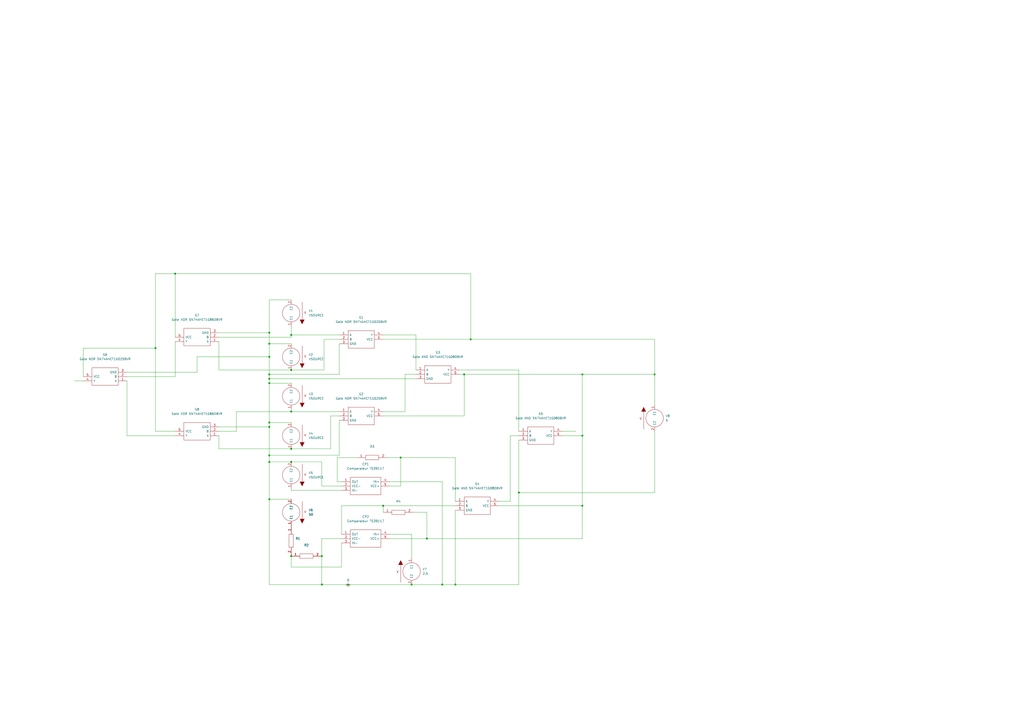
<source format=kicad_sch>
(kicad_sch (version 20211123) (generator eeschema)

  (uuid e3d7d43a-a4f8-42c9-92fa-0120da72c4ab)

  (paper "A2")

  (lib_symbols
    (symbol "EPSA_lib:Comparateur TS391ILT" (pin_names (offset 0.762)) (in_bom yes) (on_board yes)
      (property "Reference" "CP" (id 0) (at 35.56 7.62 0)
        (effects (font (size 1.27 1.27)) (justify left))
      )
      (property "Value" "Comparateur TS391ILT" (id 1) (at 35.56 5.08 0)
        (effects (font (size 1.27 1.27)) (justify left))
      )
      (property "Footprint" "SOT95P280X145-5N" (id 2) (at 35.56 2.54 0)
        (effects (font (size 1.27 1.27)) (justify left) hide)
      )
      (property "Datasheet" "http://www.st.com/st-web-ui/static/active/en/resource/technical/document/datasheet/CD00001660.pdf" (id 3) (at 35.56 0 0)
        (effects (font (size 1.27 1.27)) (justify left) hide)
      )
      (property "Description" "TS391ILT, Comparator Open Collector 0.3us 12 V, 15 V, 18 V, 24 V, 28 V, 3 V, 5 V, 9 V 5-Pin SOT-23" (id 4) (at 35.56 -2.54 0)
        (effects (font (size 1.27 1.27)) (justify left) hide)
      )
      (property "Height" "1.45" (id 5) (at 35.56 -5.08 0)
        (effects (font (size 1.27 1.27)) (justify left) hide)
      )
      (property "Manufacturer_Name" "STMicroelectronics" (id 6) (at 35.56 -7.62 0)
        (effects (font (size 1.27 1.27)) (justify left) hide)
      )
      (property "Manufacturer_Part_Number" "TS391ILT" (id 7) (at 35.56 -10.16 0)
        (effects (font (size 1.27 1.27)) (justify left) hide)
      )
      (property "Mouser Part Number" "511-TS391IL" (id 8) (at 35.56 -12.7 0)
        (effects (font (size 1.27 1.27)) (justify left) hide)
      )
      (property "Mouser Price/Stock" "https://www.mouser.co.uk/ProductDetail/STMicroelectronics/TS391ILT?qs=P8h1tZw8GcB9GWR61XM17g%3D%3D" (id 9) (at 35.56 -15.24 0)
        (effects (font (size 1.27 1.27)) (justify left) hide)
      )
      (property "Arrow Part Number" "TS391ILT" (id 10) (at 35.56 -17.78 0)
        (effects (font (size 1.27 1.27)) (justify left) hide)
      )
      (property "Arrow Price/Stock" "https://www.arrow.com/en/products/ts391ilt/stmicroelectronics?region=europe" (id 11) (at 35.56 -20.32 0)
        (effects (font (size 1.27 1.27)) (justify left) hide)
      )
      (property "Mouser Testing Part Number" "" (id 12) (at 24.13 -22.86 0)
        (effects (font (size 1.27 1.27)) (justify left) hide)
      )
      (property "Mouser Testing Price/Stock" "" (id 13) (at 24.13 -25.4 0)
        (effects (font (size 1.27 1.27)) (justify left) hide)
      )
      (property "Spice_Primitive" "X" (id 14) (at 40.64 7.62 0)
        (effects (font (size 1.27 1.27)) (justify left) hide)
      )
      (property "Spice_Model" "TS391" (id 15) (at 35.56 10.16 0)
        (effects (font (size 1.27 1.27)) (justify left) hide)
      )
      (property "Spice_Netlist_Enabled" "Y" (id 16) (at 39.37 7.62 0)
        (effects (font (size 1.27 1.27)) (justify left) hide)
      )
      (property "Spice_Node_Sequence" "4,3,5,2,1" (id 17) (at 53.34 10.16 0)
        (effects (font (size 1.27 1.27)) (justify left) hide)
      )
      (property "Spice_Lib_File" "${EPSA}\\SpiceModel\\C_ts391.lib" (id 18) (at 35.56 12.7 0)
        (effects (font (size 1.27 1.27)) (justify left))
      )
      (property "ki_description" "TS391ILT, Comparator Open Collector 0.3us 12 V, 15 V, 18 V, 24 V, 28 V, 3 V, 5 V, 9 V 5-Pin SOT-23" (id 19) (at 0 0 0)
        (effects (font (size 1.27 1.27)) hide)
      )
      (symbol "Comparateur TS391ILT_0_0"
        (pin passive line (at 0 0 0) (length 5.08)
          (name "OUT" (effects (font (size 1.27 1.27))))
          (number "1" (effects (font (size 1.27 1.27))))
        )
        (pin passive line (at 0 -2.54 0) (length 5.08)
          (name "VCC-" (effects (font (size 1.27 1.27))))
          (number "2" (effects (font (size 1.27 1.27))))
        )
        (pin passive line (at 0 -5.08 0) (length 5.08)
          (name "IN-" (effects (font (size 1.27 1.27))))
          (number "3" (effects (font (size 1.27 1.27))))
        )
        (pin passive line (at 27.94 0 180) (length 5.08)
          (name "IN+" (effects (font (size 1.27 1.27))))
          (number "4" (effects (font (size 1.27 1.27))))
        )
        (pin passive line (at 27.94 -2.54 180) (length 5.08)
          (name "VCC+" (effects (font (size 1.27 1.27))))
          (number "5" (effects (font (size 1.27 1.27))))
        )
      )
      (symbol "Comparateur TS391ILT_0_1"
        (polyline
          (pts
            (xy 5.08 2.54)
            (xy 22.86 2.54)
            (xy 22.86 -7.62)
            (xy 5.08 -7.62)
            (xy 5.08 2.54)
          )
          (stroke (width 0.1524) (type default) (color 0 0 0 0))
          (fill (type none))
        )
      )
    )
    (symbol "EPSA_lib:Gate AND SN74AHCT1G08DBVR" (pin_names (offset 0.762)) (in_bom yes) (on_board yes)
      (property "Reference" "G" (id 0) (at 33.02 8.89 0)
        (effects (font (size 1.27 1.27)) (justify left))
      )
      (property "Value" "Gate AND SN74AHCT1G08DBVR" (id 1) (at 33.02 11.43 0)
        (effects (font (size 1.27 1.27)) (justify left))
      )
      (property "Footprint" "SOT95P280X145-5N" (id 2) (at 33.02 2.54 0)
        (effects (font (size 1.27 1.27)) (justify left) hide)
      )
      (property "Datasheet" "https://datasheet.datasheetarchive.com/originals/distributors/SFDatasheet-6/sf-000128638.pdf" (id 3) (at 33.02 0 0)
        (effects (font (size 1.27 1.27)) (justify left) hide)
      )
      (property "Description" "SN74AHCT1G08DBVR, Logic Gate 2 Input AND, AHCT, 8mA 5V 5-Pin SOT-23" (id 4) (at 33.02 -2.54 0)
        (effects (font (size 1.27 1.27)) (justify left) hide)
      )
      (property "Height" "1.45" (id 5) (at 33.02 -5.08 0)
        (effects (font (size 1.27 1.27)) (justify left) hide)
      )
      (property "Manufacturer_Name" "Texas Instruments" (id 6) (at 33.02 -7.62 0)
        (effects (font (size 1.27 1.27)) (justify left) hide)
      )
      (property "Manufacturer_Part_Number" "SN74AHCT1G08DBVR" (id 7) (at 33.02 -10.16 0)
        (effects (font (size 1.27 1.27)) (justify left) hide)
      )
      (property "Mouser Part Number" "595-SN74AHCT1G08DBVR" (id 8) (at 33.02 -12.7 0)
        (effects (font (size 1.27 1.27)) (justify left) hide)
      )
      (property "Mouser Price/Stock" "https://www.mouser.co.uk/ProductDetail/Texas-Instruments/SN74AHCT1G08DBVR?qs=8Pd2FuFSoMGY9AK%2Ftqwbcw%3D%3D" (id 9) (at 33.02 -15.24 0)
        (effects (font (size 1.27 1.27)) (justify left) hide)
      )
      (property "Arrow Part Number" "SN74AHCT1G08DBVR" (id 10) (at 33.02 -17.78 0)
        (effects (font (size 1.27 1.27)) (justify left) hide)
      )
      (property "Arrow Price/Stock" "https://www.arrow.com/en/products/sn74ahct1g08dbvr/texas-instruments?region=nac" (id 11) (at 33.02 -20.32 0)
        (effects (font (size 1.27 1.27)) (justify left) hide)
      )
      (property "Mouser Testing Part Number" "" (id 12) (at 21.59 -22.86 0)
        (effects (font (size 1.27 1.27)) (justify left) hide)
      )
      (property "Mouser Testing Price/Stock" "" (id 13) (at 21.59 -25.4 0)
        (effects (font (size 1.27 1.27)) (justify left) hide)
      )
      (property "Spice_Primitive" "X" (id 14) (at 35.56 8.89 0)
        (effects (font (size 1.27 1.27)) (justify left) hide)
      )
      (property "Spice_Model" "SN74AHC1G08" (id 15) (at 33.02 5.08 0)
        (effects (font (size 1.27 1.27)) (justify left) hide)
      )
      (property "Spice_Netlist_Enabled" "Y" (id 16) (at 36.83 8.89 0)
        (effects (font (size 1.27 1.27)) (justify left) hide)
      )
      (property "Spice_Node_Sequence" "4,1,2,5,3" (id 17) (at 43.18 8.89 0)
        (effects (font (size 1.27 1.27)) (justify left) hide)
      )
      (property "Spice_Lib_File" "${EPSA}\\SpiceModel\\AND_SN74AHC1G08.lib" (id 18) (at 33.02 13.97 0)
        (effects (font (size 1.27 1.27)) (justify left))
      )
      (property "ki_description" "SN74AHCT1G08DBVR, Logic Gate 2 Input AND, AHCT, 8mA 5V 5-Pin SOT-23" (id 19) (at 0 0 0)
        (effects (font (size 1.27 1.27)) hide)
      )
      (symbol "Gate AND SN74AHCT1G08DBVR_0_0"
        (pin passive line (at 0 0 0) (length 5.08)
          (name "A" (effects (font (size 1.27 1.27))))
          (number "1" (effects (font (size 1.27 1.27))))
        )
        (pin passive line (at 0 -2.54 0) (length 5.08)
          (name "B" (effects (font (size 1.27 1.27))))
          (number "2" (effects (font (size 1.27 1.27))))
        )
        (pin passive line (at 0 -5.08 0) (length 5.08)
          (name "GND" (effects (font (size 1.27 1.27))))
          (number "3" (effects (font (size 1.27 1.27))))
        )
        (pin passive line (at 25.4 0 180) (length 5.08)
          (name "Y" (effects (font (size 1.27 1.27))))
          (number "4" (effects (font (size 1.27 1.27))))
        )
        (pin passive line (at 25.4 -2.54 180) (length 5.08)
          (name "VCC" (effects (font (size 1.27 1.27))))
          (number "5" (effects (font (size 1.27 1.27))))
        )
      )
      (symbol "Gate AND SN74AHCT1G08DBVR_0_1"
        (polyline
          (pts
            (xy 5.08 2.54)
            (xy 20.32 2.54)
            (xy 20.32 -7.62)
            (xy 5.08 -7.62)
            (xy 5.08 2.54)
          )
          (stroke (width 0.1524) (type default) (color 0 0 0 0))
          (fill (type none))
        )
      )
    )
    (symbol "EPSA_lib:Gate NOR SN74AHCT1G02DBVR" (pin_names (offset 0.762)) (in_bom yes) (on_board yes)
      (property "Reference" "G" (id 0) (at 31.75 8.89 0)
        (effects (font (size 1.27 1.27)) (justify left))
      )
      (property "Value" "Gate NOR SN74AHCT1G02DBVR" (id 1) (at 31.75 6.35 0)
        (effects (font (size 1.27 1.27)) (justify left))
      )
      (property "Footprint" "SOT95P280X145-5N" (id 2) (at 31.75 3.81 0)
        (effects (font (size 1.27 1.27)) (justify left) hide)
      )
      (property "Datasheet" "http://www.ti.com/general/docs/suppproductinfo.tsp?distId=10&gotoUrl=http%3A%2F%2Fwww.ti.com%2Flit%2Fgpn%2Fsn74ahct1g02" (id 3) (at 31.75 1.27 0)
        (effects (font (size 1.27 1.27)) (justify left) hide)
      )
      (property "Description" "Single 2-Input Positive-NOR Gate" (id 4) (at 31.75 -1.27 0)
        (effects (font (size 1.27 1.27)) (justify left) hide)
      )
      (property "Height" "1.45" (id 5) (at 31.75 -3.81 0)
        (effects (font (size 1.27 1.27)) (justify left) hide)
      )
      (property "Manufacturer_Name" "Texas Instruments" (id 6) (at 31.75 -6.35 0)
        (effects (font (size 1.27 1.27)) (justify left) hide)
      )
      (property "Manufacturer_Part_Number" "SN74AHCT1G02DBVR" (id 7) (at 31.75 -8.89 0)
        (effects (font (size 1.27 1.27)) (justify left) hide)
      )
      (property "Mouser Part Number" "595-SN74AHCT1G02DBVR" (id 8) (at 31.75 -11.43 0)
        (effects (font (size 1.27 1.27)) (justify left) hide)
      )
      (property "Mouser Price/Stock" "https://www.mouser.co.uk/ProductDetail/Texas-Instruments/SN74AHCT1G02DBVR?qs=5BZzbFV4k2slAKEMAKirRQ%3D%3D" (id 9) (at 31.75 -13.97 0)
        (effects (font (size 1.27 1.27)) (justify left) hide)
      )
      (property "Arrow Part Number" "SN74AHCT1G02DBVR" (id 10) (at 31.75 -16.51 0)
        (effects (font (size 1.27 1.27)) (justify left) hide)
      )
      (property "Arrow Price/Stock" "https://www.arrow.com/en/products/sn74ahct1g02dbvr/texas-instruments?region=nac" (id 11) (at 31.75 -19.05 0)
        (effects (font (size 1.27 1.27)) (justify left) hide)
      )
      (property "Mouser Testing Part Number" "" (id 12) (at 21.59 -22.86 0)
        (effects (font (size 1.27 1.27)) (justify left) hide)
      )
      (property "Mouser Testing Price/Stock" "" (id 13) (at 21.59 -25.4 0)
        (effects (font (size 1.27 1.27)) (justify left) hide)
      )
      (property "Spice_Primitive" "X" (id 14) (at 35.56 8.89 0)
        (effects (font (size 1.27 1.27)) (justify left) hide)
      )
      (property "Spice_Model" "SN74AHCT1G02" (id 15) (at 31.75 11.43 0)
        (effects (font (size 1.27 1.27)) (justify left) hide)
      )
      (property "Spice_Netlist_Enabled" "Y" (id 16) (at 36.83 8.89 0)
        (effects (font (size 1.27 1.27)) (justify left) hide)
      )
      (property "Spice_Node_Sequence" "4,1,2,5,3" (id 17) (at 54.61 11.43 0)
        (effects (font (size 1.27 1.27)) (justify left) hide)
      )
      (property "Spice_Lib_File" "${EPSA}\\SpiceModel\\NOR_SN74AHCT1G02.lib" (id 18) (at 31.75 13.97 0)
        (effects (font (size 1.27 1.27)) (justify left))
      )
      (property "ki_description" "Single 2-Input Positive-NOR Gate" (id 19) (at 0 0 0)
        (effects (font (size 1.27 1.27)) hide)
      )
      (symbol "Gate NOR SN74AHCT1G02DBVR_0_0"
        (pin passive line (at 0 0 0) (length 5.08)
          (name "A" (effects (font (size 1.27 1.27))))
          (number "1" (effects (font (size 1.27 1.27))))
        )
        (pin passive line (at 0 -2.54 0) (length 5.08)
          (name "B" (effects (font (size 1.27 1.27))))
          (number "2" (effects (font (size 1.27 1.27))))
        )
        (pin passive line (at 0 -5.08 0) (length 5.08)
          (name "GND" (effects (font (size 1.27 1.27))))
          (number "3" (effects (font (size 1.27 1.27))))
        )
        (pin passive line (at 25.4 0 180) (length 5.08)
          (name "Y" (effects (font (size 1.27 1.27))))
          (number "4" (effects (font (size 1.27 1.27))))
        )
        (pin passive line (at 25.4 -2.54 180) (length 5.08)
          (name "VCC" (effects (font (size 1.27 1.27))))
          (number "5" (effects (font (size 1.27 1.27))))
        )
      )
      (symbol "Gate NOR SN74AHCT1G02DBVR_0_1"
        (polyline
          (pts
            (xy 5.08 2.54)
            (xy 20.32 2.54)
            (xy 20.32 -7.62)
            (xy 5.08 -7.62)
            (xy 5.08 2.54)
          )
          (stroke (width 0.1524) (type default) (color 0 0 0 0))
          (fill (type none))
        )
      )
    )
    (symbol "EPSA_lib:Gate XOR SN74AHCT1G86DBVR" (pin_names (offset 0.762)) (in_bom yes) (on_board yes)
      (property "Reference" "G" (id 0) (at 31.75 7.62 0)
        (effects (font (size 1.27 1.27)) (justify left))
      )
      (property "Value" "Gate XOR SN74AHCT1G86DBVR" (id 1) (at 31.75 5.08 0)
        (effects (font (size 1.27 1.27)) (justify left))
      )
      (property "Footprint" "SOT95P280X145-5N" (id 2) (at 31.75 2.54 0)
        (effects (font (size 1.27 1.27)) (justify left) hide)
      )
      (property "Datasheet" "http://www.ti.com/lit/gpn/sn74ahct1g86" (id 3) (at 31.75 0 0)
        (effects (font (size 1.27 1.27)) (justify left) hide)
      )
      (property "Description" "TEXAS INSTRUMENTS - SN74AHCT1G86DBVR - IC, SINGLE XOR GATE, 2I/P, SOT-23-5,REEL" (id 4) (at 31.75 -2.54 0)
        (effects (font (size 1.27 1.27)) (justify left) hide)
      )
      (property "Height" "1.45" (id 5) (at 31.75 -5.08 0)
        (effects (font (size 1.27 1.27)) (justify left) hide)
      )
      (property "Manufacturer_Name" "Texas Instruments" (id 6) (at 31.75 -7.62 0)
        (effects (font (size 1.27 1.27)) (justify left) hide)
      )
      (property "Manufacturer_Part_Number" "SN74AHCT1G86DBVR" (id 7) (at 31.75 -10.16 0)
        (effects (font (size 1.27 1.27)) (justify left) hide)
      )
      (property "Mouser Part Number" "595-SN74AHCT1G86DBVR" (id 8) (at 31.75 -12.7 0)
        (effects (font (size 1.27 1.27)) (justify left) hide)
      )
      (property "Mouser Price/Stock" "https://www.mouser.co.uk/ProductDetail/Texas-Instruments/SN74AHCT1G86DBVR?qs=mTHRaKC2c7PDlak%2Fu%252BIXNw%3D%3D" (id 9) (at 31.75 -15.24 0)
        (effects (font (size 1.27 1.27)) (justify left) hide)
      )
      (property "Arrow Part Number" "SN74AHCT1G86DBVR" (id 10) (at 31.75 -17.78 0)
        (effects (font (size 1.27 1.27)) (justify left) hide)
      )
      (property "Arrow Price/Stock" "https://www.arrow.com/en/products/sn74ahct1g86dbvr/texas-instruments" (id 11) (at 31.75 -20.32 0)
        (effects (font (size 1.27 1.27)) (justify left) hide)
      )
      (property "Mouser Testing Part Number" "" (id 12) (at 21.59 -22.86 0)
        (effects (font (size 1.27 1.27)) (justify left) hide)
      )
      (property "Mouser Testing Price/Stock" "" (id 13) (at 21.59 -25.4 0)
        (effects (font (size 1.27 1.27)) (justify left) hide)
      )
      (property "Spice_Primitive" "X" (id 14) (at 35.56 7.62 0)
        (effects (font (size 1.27 1.27)) (justify left) hide)
      )
      (property "Spice_Model" "SN74AHCT1G86" (id 15) (at 31.75 10.16 0)
        (effects (font (size 1.27 1.27)) (justify left) hide)
      )
      (property "Spice_Netlist_Enabled" "Y" (id 16) (at 36.83 7.62 0)
        (effects (font (size 1.27 1.27)) (justify left) hide)
      )
      (property "Spice_Node_Sequence" "4,1,2,5,3" (id 17) (at 50.8 10.16 0)
        (effects (font (size 1.27 1.27)) (justify left) hide)
      )
      (property "Spice_Lib_File" "${EPSA}\\SpiceModel\\XOR_SN74AHCT1G86.lib" (id 18) (at 31.75 12.7 0)
        (effects (font (size 1.27 1.27)) (justify left))
      )
      (property "ki_description" "TEXAS INSTRUMENTS - SN74AHCT1G86DBVR - IC, SINGLE XOR GATE, 2I/P, SOT-23-5,REEL" (id 19) (at 0 0 0)
        (effects (font (size 1.27 1.27)) hide)
      )
      (symbol "Gate XOR SN74AHCT1G86DBVR_0_0"
        (pin passive line (at 0 0 0) (length 5.08)
          (name "A" (effects (font (size 1.27 1.27))))
          (number "1" (effects (font (size 1.27 1.27))))
        )
        (pin passive line (at 0 -2.54 0) (length 5.08)
          (name "B" (effects (font (size 1.27 1.27))))
          (number "2" (effects (font (size 1.27 1.27))))
        )
        (pin passive line (at 0 -5.08 0) (length 5.08)
          (name "GND" (effects (font (size 1.27 1.27))))
          (number "3" (effects (font (size 1.27 1.27))))
        )
        (pin passive line (at 25.4 0 180) (length 5.08)
          (name "Y" (effects (font (size 1.27 1.27))))
          (number "4" (effects (font (size 1.27 1.27))))
        )
        (pin passive line (at 25.4 -2.54 180) (length 5.08)
          (name "VCC" (effects (font (size 1.27 1.27))))
          (number "5" (effects (font (size 1.27 1.27))))
        )
      )
      (symbol "Gate XOR SN74AHCT1G86DBVR_0_1"
        (polyline
          (pts
            (xy 5.08 2.54)
            (xy 20.32 2.54)
            (xy 20.32 -7.62)
            (xy 5.08 -7.62)
            (xy 5.08 2.54)
          )
          (stroke (width 0.1524) (type default) (color 0 0 0 0))
          (fill (type none))
        )
      )
    )
    (symbol "EPSA_lib:Résistance RK73H2BLTDD2152F" (pin_names (offset 0.762)) (in_bom yes) (on_board yes)
      (property "Reference" "R" (id 0) (at 25.4 6.35 0)
        (effects (font (size 1.27 1.27)) (justify left))
      )
      (property "Value" "Résistance RK73H2BLTDD2152F" (id 1) (at 25.4 3.81 0)
        (effects (font (size 1.27 1.27)) (justify left) hide)
      )
      (property "Footprint" "RESC3216X70N" (id 2) (at 25.4 1.27 0)
        (effects (font (size 1.27 1.27)) (justify left) hide)
      )
      (property "Datasheet" "http://www.koaspeer.com/catimages/Products/RK73H/RK73H.pdf" (id 3) (at 25.4 -1.27 0)
        (effects (font (size 1.27 1.27)) (justify left) hide)
      )
      (property "Description" "Thick Film Resistors - SMD" (id 4) (at 25.4 -3.81 0)
        (effects (font (size 1.27 1.27)) (justify left) hide)
      )
      (property "Height" "0.7" (id 5) (at 25.4 -6.35 0)
        (effects (font (size 1.27 1.27)) (justify left) hide)
      )
      (property "Manufacturer_Name" "KOA Speer" (id 6) (at 25.4 -8.89 0)
        (effects (font (size 1.27 1.27)) (justify left) hide)
      )
      (property "Manufacturer_Part_Number" "RK73H2BLTDD2152F" (id 7) (at 25.4 -11.43 0)
        (effects (font (size 1.27 1.27)) (justify left) hide)
      )
      (property "Mouser Part Number" "N/A" (id 8) (at 25.4 -13.97 0)
        (effects (font (size 1.27 1.27)) (justify left) hide)
      )
      (property "Mouser Price/Stock" "https://www.mouser.co.uk/ProductDetail/KOA-Speer/RK73H2BLTDD2152F?qs=WeIALVmW3zmyxMFsjVzMRw%3D%3D" (id 9) (at 25.4 -16.51 0)
        (effects (font (size 1.27 1.27)) (justify left) hide)
      )
      (property "Arrow Part Number" "" (id 10) (at 13.97 -19.05 0)
        (effects (font (size 1.27 1.27)) (justify left) hide)
      )
      (property "Arrow Price/Stock" "" (id 11) (at 13.97 -21.59 0)
        (effects (font (size 1.27 1.27)) (justify left) hide)
      )
      (property "Mouser Testing Part Number" "" (id 12) (at 13.97 -24.13 0)
        (effects (font (size 1.27 1.27)) (justify left) hide)
      )
      (property "Mouser Testing Price/Stock" "" (id 13) (at 13.97 -26.67 0)
        (effects (font (size 1.27 1.27)) (justify left) hide)
      )
      (property "Spice_Primitive" "R" (id 14) (at 25.4 6.35 0)
        (effects (font (size 1.27 1.27)) (justify left) hide)
      )
      (property "Spice_Model" "10" (id 15) (at 25.4 8.89 0)
        (effects (font (size 1.27 1.27)) (justify left))
      )
      (property "Spice_Netlist_Enabled" "Y" (id 16) (at 27.94 6.35 0)
        (effects (font (size 1.27 1.27)) (justify left) hide)
      )
      (property "ki_description" "Thick Film Resistors - SMD" (id 17) (at 0 0 0)
        (effects (font (size 1.27 1.27)) hide)
      )
      (symbol "Résistance RK73H2BLTDD2152F_0_0"
        (pin passive line (at 0 0 0) (length 5.08)
          (name "~" (effects (font (size 1.27 1.27))))
          (number "1" (effects (font (size 1.27 1.27))))
        )
        (pin passive line (at 17.78 0 180) (length 5.08)
          (name "~" (effects (font (size 1.27 1.27))))
          (number "2" (effects (font (size 1.27 1.27))))
        )
      )
      (symbol "Résistance RK73H2BLTDD2152F_0_1"
        (polyline
          (pts
            (xy 5.08 1.27)
            (xy 12.7 1.27)
            (xy 12.7 -1.27)
            (xy 5.08 -1.27)
            (xy 5.08 1.27)
          )
          (stroke (width 0.1524) (type default) (color 0 0 0 0))
          (fill (type none))
        )
      )
    )
    (symbol "pspice:0" (power) (pin_names (offset 0)) (in_bom yes) (on_board yes)
      (property "Reference" "#GND" (id 0) (at 0 -2.54 0)
        (effects (font (size 1.27 1.27)) hide)
      )
      (property "Value" "0" (id 1) (at 0 -1.778 0)
        (effects (font (size 1.27 1.27)))
      )
      (property "Footprint" "" (id 2) (at 0 0 0)
        (effects (font (size 1.27 1.27)) hide)
      )
      (property "Datasheet" "~" (id 3) (at 0 0 0)
        (effects (font (size 1.27 1.27)) hide)
      )
      (property "ki_keywords" "simulation" (id 4) (at 0 0 0)
        (effects (font (size 1.27 1.27)) hide)
      )
      (property "ki_description" "0V reference potential for simulation" (id 5) (at 0 0 0)
        (effects (font (size 1.27 1.27)) hide)
      )
      (symbol "0_0_1"
        (polyline
          (pts
            (xy -1.27 0)
            (xy 0 -1.27)
            (xy 1.27 0)
            (xy -1.27 0)
          )
          (stroke (width 0) (type default) (color 0 0 0 0))
          (fill (type none))
        )
      )
      (symbol "0_1_1"
        (pin power_in line (at 0 0 0) (length 0) hide
          (name "0" (effects (font (size 1.016 1.016))))
          (number "1" (effects (font (size 1.016 1.016))))
        )
      )
    )
    (symbol "pspice:VSOURCE" (pin_names (offset 1.016)) (in_bom yes) (on_board yes)
      (property "Reference" "V" (id 0) (at -6.35 7.62 0)
        (effects (font (size 1.27 1.27)))
      )
      (property "Value" "VSOURCE" (id 1) (at 0 0 0)
        (effects (font (size 1.27 1.27)))
      )
      (property "Footprint" "" (id 2) (at 0 0 0)
        (effects (font (size 1.27 1.27)) hide)
      )
      (property "Datasheet" "~" (id 3) (at 0 0 0)
        (effects (font (size 1.27 1.27)) hide)
      )
      (property "ki_keywords" "simulation" (id 4) (at 0 0 0)
        (effects (font (size 1.27 1.27)) hide)
      )
      (property "ki_description" "Voltage source symbol for simulation only" (id 5) (at 0 0 0)
        (effects (font (size 1.27 1.27)) hide)
      )
      (symbol "VSOURCE_0_1"
        (polyline
          (pts
            (xy -6.35 -6.35)
            (xy -6.35 3.81)
          )
          (stroke (width 0) (type default) (color 0 0 0 0))
          (fill (type outline))
        )
        (polyline
          (pts
            (xy -7.62 3.81)
            (xy -6.35 6.35)
            (xy -5.08 3.81)
          )
          (stroke (width 0) (type default) (color 0 0 0 0))
          (fill (type outline))
        )
        (circle (center 0 0) (radius 5.08)
          (stroke (width 0) (type default) (color 0 0 0 0))
          (fill (type none))
        )
        (text "V" (at -8.128 -0.254 0)
          (effects (font (size 1.27 1.27)))
        )
      )
      (symbol "VSOURCE_1_1"
        (pin input line (at 0 7.62 270) (length 2.54)
          (name "E1" (effects (font (size 1.27 1.27))))
          (number "1" (effects (font (size 1.27 1.27))))
        )
        (pin input line (at 0 -7.62 90) (length 2.54)
          (name "E2" (effects (font (size 1.27 1.27))))
          (number "2" (effects (font (size 1.27 1.27))))
        )
      )
    )
  )

  (junction (at 300.99 285.75) (diameter 0) (color 0 0 0 0)
    (uuid 03de2b6b-4368-468e-a208-aa8314c776d4)
  )
  (junction (at 90.17 201.93) (diameter 0) (color 0 0 0 0)
    (uuid 16ecbd8e-6bf4-4a2f-8a7f-9ef472a4c61b)
  )
  (junction (at 186.69 322.58) (diameter 0) (color 0 0 0 0)
    (uuid 19227159-14d4-41e0-a22d-aee8766146bb)
  )
  (junction (at 264.16 339.09) (diameter 0) (color 0 0 0 0)
    (uuid 1ade949f-8f51-4cdb-8031-3f33c5736e66)
  )
  (junction (at 201.93 339.09) (diameter 0) (color 0 0 0 0)
    (uuid 1da36580-d2fd-478b-b04b-f8b79811e5f5)
  )
  (junction (at 256.54 339.09) (diameter 0) (color 0 0 0 0)
    (uuid 1fff15ee-ed81-4e9d-9f3a-0fd4616fa180)
  )
  (junction (at 379.73 217.17) (diameter 0) (color 0 0 0 0)
    (uuid 2581197b-51cd-458f-9e49-79843f78444c)
  )
  (junction (at 156.21 267.97) (diameter 0) (color 0 0 0 0)
    (uuid 25a2a681-fbc1-4934-84b6-41d323a86b63)
  )
  (junction (at 156.21 247.65) (diameter 0) (color 0 0 0 0)
    (uuid 2efa6cb4-5ccb-4963-93d3-280a8aa095a8)
  )
  (junction (at 186.69 339.09) (diameter 0) (color 0 0 0 0)
    (uuid 3827d1f7-e19a-4b5e-b842-bdacb8270c8e)
  )
  (junction (at 156.21 264.16) (diameter 0) (color 0 0 0 0)
    (uuid 41851f72-8f70-4e65-97ea-ba5d1c82de45)
  )
  (junction (at 337.82 217.17) (diameter 0) (color 0 0 0 0)
    (uuid 4304786c-f419-4398-a4d3-afc1c684ab0b)
  )
  (junction (at 168.91 322.58) (diameter 0) (color 0 0 0 0)
    (uuid 48c15066-59e6-48cc-8166-18cd8db09d12)
  )
  (junction (at 269.24 217.17) (diameter 0) (color 0 0 0 0)
    (uuid 52c574b0-d71c-4e5d-8967-f350c6ff91d4)
  )
  (junction (at 222.25 293.37) (diameter 0) (color 0 0 0 0)
    (uuid 54998ccb-c07a-46e7-a7f1-befb4b758b93)
  )
  (junction (at 156.21 245.11) (diameter 0) (color 0 0 0 0)
    (uuid 59b41a19-8e48-451b-813a-68846fedfdf7)
  )
  (junction (at 247.65 312.42) (diameter 0) (color 0 0 0 0)
    (uuid 5aef02c7-9fbf-4603-bdaf-e1aabf0e7274)
  )
  (junction (at 168.91 214.63) (diameter 0) (color 0 0 0 0)
    (uuid 635cc727-f72b-4bc0-b940-023d63694a3b)
  )
  (junction (at 168.91 194.31) (diameter 0) (color 0 0 0 0)
    (uuid 65a66c8f-b4eb-434d-8ccd-8fd151f8d85b)
  )
  (junction (at 232.41 265.43) (diameter 0) (color 0 0 0 0)
    (uuid 747300d4-f710-4f5e-a37d-fb15d7abd6e6)
  )
  (junction (at 168.91 238.76) (diameter 0) (color 0 0 0 0)
    (uuid 760c0a3c-6bd7-4413-96f9-2d37a50bab70)
  )
  (junction (at 168.91 260.35) (diameter 0) (color 0 0 0 0)
    (uuid 7d479802-9e07-40a9-8b7e-e0ad92c231a4)
  )
  (junction (at 156.21 217.17) (diameter 0) (color 0 0 0 0)
    (uuid 84d2c0b6-698c-436e-932a-b2b3e4bcb398)
  )
  (junction (at 238.76 339.09) (diameter 0) (color 0 0 0 0)
    (uuid 8a5108a9-338b-4631-a97a-80ecca018651)
  )
  (junction (at 273.05 196.85) (diameter 0) (color 0 0 0 0)
    (uuid 907ac8a1-5f6b-451e-b4b2-e0da2beb7c5a)
  )
  (junction (at 156.21 193.04) (diameter 0) (color 0 0 0 0)
    (uuid 980c415d-ecc0-4e01-ac95-795837027b3b)
  )
  (junction (at 156.21 219.71) (diameter 0) (color 0 0 0 0)
    (uuid 9b20a3a5-00a8-47bf-a0e8-405264b51b01)
  )
  (junction (at 156.21 289.56) (diameter 0) (color 0 0 0 0)
    (uuid 9cec8858-cedb-49ab-86d1-e6cb003d2a5c)
  )
  (junction (at 156.21 222.25) (diameter 0) (color 0 0 0 0)
    (uuid a273dc99-9c52-4119-8d00-f56fe0b88f10)
  )
  (junction (at 337.82 252.73) (diameter 0) (color 0 0 0 0)
    (uuid c7b70429-5ec9-4b38-b07d-b2d2ed9ca31d)
  )
  (junction (at 168.91 267.97) (diameter 0) (color 0 0 0 0)
    (uuid c9ea1eb3-a31e-409a-b240-8adec013dffa)
  )
  (junction (at 101.6 158.75) (diameter 0) (color 0 0 0 0)
    (uuid d0b2fc21-10e3-4610-b42d-10e88be2c73c)
  )
  (junction (at 337.82 293.37) (diameter 0) (color 0 0 0 0)
    (uuid e410ba8e-7cfd-4767-aa10-1bf29a1c39dc)
  )
  (junction (at 156.21 207.01) (diameter 0) (color 0 0 0 0)
    (uuid eb729dce-a163-43d9-976b-6e35b894987f)
  )
  (junction (at 156.21 199.39) (diameter 0) (color 0 0 0 0)
    (uuid f40cdfd4-5065-47ee-af4c-bd55890b4ad7)
  )

  (wire (pts (xy 379.73 196.85) (xy 273.05 196.85))
    (stroke (width 0) (type default) (color 0 0 0 0))
    (uuid 028b5567-2794-435d-aeca-33a06da78e2a)
  )
  (wire (pts (xy 269.24 217.17) (xy 337.82 217.17))
    (stroke (width 0) (type default) (color 0 0 0 0))
    (uuid 07415cfd-caee-45ff-b85a-7bb226fcc27d)
  )
  (wire (pts (xy 256.54 339.09) (xy 238.76 339.09))
    (stroke (width 0) (type default) (color 0 0 0 0))
    (uuid 09fe897e-524e-40c3-8043-e4c85496b933)
  )
  (wire (pts (xy 168.91 238.76) (xy 196.85 238.76))
    (stroke (width 0) (type default) (color 0 0 0 0))
    (uuid 0cf263e9-c1d7-49b3-bdd0-f20f5fa4f8d6)
  )
  (wire (pts (xy 156.21 267.97) (xy 156.21 289.56))
    (stroke (width 0) (type default) (color 0 0 0 0))
    (uuid 0f39c78c-2977-4f6a-9439-e8d3142f609b)
  )
  (wire (pts (xy 379.73 285.75) (xy 300.99 285.75))
    (stroke (width 0) (type default) (color 0 0 0 0))
    (uuid 1181118e-d887-4e0b-93f1-3245d87b7db5)
  )
  (wire (pts (xy 73.66 252.73) (xy 73.66 220.98))
    (stroke (width 0) (type default) (color 0 0 0 0))
    (uuid 1750ce7a-c3ed-44cc-8d97-5e09b9f4a3aa)
  )
  (wire (pts (xy 379.73 217.17) (xy 337.82 217.17))
    (stroke (width 0) (type default) (color 0 0 0 0))
    (uuid 194fec35-9651-4b6b-8e5a-cb1b87a6b5bf)
  )
  (wire (pts (xy 48.26 220.98) (xy 43.18 220.98))
    (stroke (width 0) (type default) (color 0 0 0 0))
    (uuid 1a38fc0e-35a8-493d-9a81-8c5ff730eacc)
  )
  (wire (pts (xy 379.73 234.95) (xy 379.73 217.17))
    (stroke (width 0) (type default) (color 0 0 0 0))
    (uuid 1a884b4a-5ed1-45de-ad5c-0900fb85cc50)
  )
  (wire (pts (xy 300.99 285.75) (xy 300.99 339.09))
    (stroke (width 0) (type default) (color 0 0 0 0))
    (uuid 1af0fc18-cc60-4306-9976-9e3c987f31a7)
  )
  (wire (pts (xy 337.82 217.17) (xy 337.82 252.73))
    (stroke (width 0) (type default) (color 0 0 0 0))
    (uuid 2155dc4e-760d-4b6a-927c-6d7686c823fc)
  )
  (wire (pts (xy 379.73 250.19) (xy 379.73 285.75))
    (stroke (width 0) (type default) (color 0 0 0 0))
    (uuid 237f6459-5793-4679-abf4-7f0e3b6f1ece)
  )
  (wire (pts (xy 222.25 194.31) (xy 241.3 194.31))
    (stroke (width 0) (type default) (color 0 0 0 0))
    (uuid 270778a4-7aa2-4d6b-abf1-487efe8036ef)
  )
  (wire (pts (xy 198.12 312.42) (xy 186.69 312.42))
    (stroke (width 0) (type default) (color 0 0 0 0))
    (uuid 2a60be4f-4e7b-4472-90d3-c10fbfd8aed7)
  )
  (wire (pts (xy 156.21 219.71) (xy 156.21 222.25))
    (stroke (width 0) (type default) (color 0 0 0 0))
    (uuid 2a86477c-4241-4258-ad81-67b632479781)
  )
  (wire (pts (xy 300.99 250.19) (xy 300.99 214.63))
    (stroke (width 0) (type default) (color 0 0 0 0))
    (uuid 2aa6bd93-f288-40b2-b987-0e7efd6845a6)
  )
  (wire (pts (xy 127 260.35) (xy 127 252.73))
    (stroke (width 0) (type default) (color 0 0 0 0))
    (uuid 2ba5d965-3175-4416-b1cc-a281e3103454)
  )
  (wire (pts (xy 156.21 245.11) (xy 156.21 247.65))
    (stroke (width 0) (type default) (color 0 0 0 0))
    (uuid 2bb4a9ae-902e-454e-99bd-8792a9814d91)
  )
  (wire (pts (xy 48.26 201.93) (xy 90.17 201.93))
    (stroke (width 0) (type default) (color 0 0 0 0))
    (uuid 2dfdafe8-8be3-44b3-ab30-4a4b758aae85)
  )
  (wire (pts (xy 101.6 195.58) (xy 101.6 158.75))
    (stroke (width 0) (type default) (color 0 0 0 0))
    (uuid 31315b99-28ae-4e64-9d9f-780224122cf8)
  )
  (wire (pts (xy 156.21 217.17) (xy 156.21 219.71))
    (stroke (width 0) (type default) (color 0 0 0 0))
    (uuid 31546605-0855-4d82-9f02-dc193348020f)
  )
  (wire (pts (xy 156.21 247.65) (xy 156.21 264.16))
    (stroke (width 0) (type default) (color 0 0 0 0))
    (uuid 36518aa8-93d9-43f0-87d0-343c563708a3)
  )
  (wire (pts (xy 156.21 207.01) (xy 156.21 217.17))
    (stroke (width 0) (type default) (color 0 0 0 0))
    (uuid 374136cb-4ed9-4e65-b4ba-683dc0aac914)
  )
  (wire (pts (xy 247.65 312.42) (xy 337.82 312.42))
    (stroke (width 0) (type default) (color 0 0 0 0))
    (uuid 42711a09-5b67-4ab6-83d9-7d58a43677d2)
  )
  (wire (pts (xy 186.69 312.42) (xy 186.69 322.58))
    (stroke (width 0) (type default) (color 0 0 0 0))
    (uuid 47eabd0b-ef6f-45c6-8fac-6df0ff0de9f1)
  )
  (wire (pts (xy 196.85 243.84) (xy 196.85 264.16))
    (stroke (width 0) (type default) (color 0 0 0 0))
    (uuid 482dd397-e104-4f50-9e19-0567a7b2e37a)
  )
  (wire (pts (xy 168.91 322.58) (xy 168.91 328.93))
    (stroke (width 0) (type default) (color 0 0 0 0))
    (uuid 4dcb912f-1e26-4f36-963d-917bbda0adbb)
  )
  (wire (pts (xy 196.85 217.17) (xy 156.21 217.17))
    (stroke (width 0) (type default) (color 0 0 0 0))
    (uuid 4e4221cc-99a3-4b04-a9bb-da63497ce92e)
  )
  (wire (pts (xy 156.21 264.16) (xy 156.21 267.97))
    (stroke (width 0) (type default) (color 0 0 0 0))
    (uuid 50e43e21-6319-49f7-9710-39cdeb9d40a5)
  )
  (wire (pts (xy 196.85 199.39) (xy 196.85 217.17))
    (stroke (width 0) (type default) (color 0 0 0 0))
    (uuid 5111694b-09a4-4940-a9b5-791a0efade57)
  )
  (wire (pts (xy 222.25 293.37) (xy 264.16 293.37))
    (stroke (width 0) (type default) (color 0 0 0 0))
    (uuid 52b8ec62-ab67-430f-a9b5-49628f531a0b)
  )
  (wire (pts (xy 295.91 252.73) (xy 300.99 252.73))
    (stroke (width 0) (type default) (color 0 0 0 0))
    (uuid 52e4bdba-b592-42c4-9a99-7896d8d99806)
  )
  (wire (pts (xy 269.24 217.17) (xy 266.7 217.17))
    (stroke (width 0) (type default) (color 0 0 0 0))
    (uuid 5308986e-889d-4f87-b4af-85c98c0cdc22)
  )
  (wire (pts (xy 168.91 283.21) (xy 168.91 284.48))
    (stroke (width 0) (type default) (color 0 0 0 0))
    (uuid 53dd0797-9f0e-4a32-aa35-e34fc55d7d12)
  )
  (wire (pts (xy 156.21 199.39) (xy 156.21 207.01))
    (stroke (width 0) (type default) (color 0 0 0 0))
    (uuid 5600c0be-eed1-450d-9091-f9c734938f2c)
  )
  (wire (pts (xy 156.21 193.04) (xy 156.21 199.39))
    (stroke (width 0) (type default) (color 0 0 0 0))
    (uuid 57e3e1a8-3fd6-49c8-8937-dd82ba05fcb1)
  )
  (wire (pts (xy 222.25 293.37) (xy 222.25 297.18))
    (stroke (width 0) (type default) (color 0 0 0 0))
    (uuid 5bd2ed4d-01f3-42a0-92e8-ebfce51072c3)
  )
  (wire (pts (xy 198.12 328.93) (xy 198.12 314.96))
    (stroke (width 0) (type default) (color 0 0 0 0))
    (uuid 5c23c35f-5659-40d3-b3df-adbe34fcc081)
  )
  (wire (pts (xy 156.21 339.09) (xy 186.69 339.09))
    (stroke (width 0) (type default) (color 0 0 0 0))
    (uuid 5ccd7a07-96df-4120-a0a7-5bedb3db7587)
  )
  (wire (pts (xy 187.96 214.63) (xy 187.96 196.85))
    (stroke (width 0) (type default) (color 0 0 0 0))
    (uuid 5ec75a07-3460-42bb-bf85-46a50d0460be)
  )
  (wire (pts (xy 168.91 267.97) (xy 186.69 267.97))
    (stroke (width 0) (type default) (color 0 0 0 0))
    (uuid 60ee0b61-7dea-4920-b7a9-3e1df217a624)
  )
  (wire (pts (xy 168.91 189.23) (xy 168.91 194.31))
    (stroke (width 0) (type default) (color 0 0 0 0))
    (uuid 65461b57-21e3-49d6-9476-8ee3644737ee)
  )
  (wire (pts (xy 168.91 173.99) (xy 156.21 173.99))
    (stroke (width 0) (type default) (color 0 0 0 0))
    (uuid 660c7452-21d5-45fa-bc41-62aad7954ef9)
  )
  (wire (pts (xy 198.12 293.37) (xy 222.25 293.37))
    (stroke (width 0) (type default) (color 0 0 0 0))
    (uuid 67750f28-a1df-4475-9ac4-e13315ab95fb)
  )
  (wire (pts (xy 127 193.04) (xy 156.21 193.04))
    (stroke (width 0) (type default) (color 0 0 0 0))
    (uuid 6798c5c8-cdcd-4322-9f4f-c42acb7a1e9b)
  )
  (wire (pts (xy 186.69 281.94) (xy 186.69 267.97))
    (stroke (width 0) (type default) (color 0 0 0 0))
    (uuid 68be81ea-3e77-4d22-8401-0c1c2401c335)
  )
  (wire (pts (xy 201.93 339.09) (xy 238.76 339.09))
    (stroke (width 0) (type default) (color 0 0 0 0))
    (uuid 68f4bbe5-a972-4039-a09c-c64cf2705f36)
  )
  (wire (pts (xy 127 214.63) (xy 127 198.12))
    (stroke (width 0) (type default) (color 0 0 0 0))
    (uuid 6c58ee34-eb95-42e6-b216-3d259f64d6b1)
  )
  (wire (pts (xy 337.82 252.73) (xy 326.39 252.73))
    (stroke (width 0) (type default) (color 0 0 0 0))
    (uuid 6c767dac-46c3-4d88-98b2-637164bf3c48)
  )
  (wire (pts (xy 137.16 238.76) (xy 137.16 250.19))
    (stroke (width 0) (type default) (color 0 0 0 0))
    (uuid 6c7bf8e3-fbb5-4d0b-9648-e4cdb27f2ad4)
  )
  (wire (pts (xy 168.91 328.93) (xy 198.12 328.93))
    (stroke (width 0) (type default) (color 0 0 0 0))
    (uuid 72ba4e9d-4507-4659-b3c5-8b469450349b)
  )
  (wire (pts (xy 198.12 279.4) (xy 195.58 279.4))
    (stroke (width 0) (type default) (color 0 0 0 0))
    (uuid 73e10e07-5ee7-4188-9e18-07998109939c)
  )
  (wire (pts (xy 198.12 281.94) (xy 186.69 281.94))
    (stroke (width 0) (type default) (color 0 0 0 0))
    (uuid 747d393b-3607-428f-8a7e-93725ee7f922)
  )
  (wire (pts (xy 300.99 255.27) (xy 300.99 285.75))
    (stroke (width 0) (type default) (color 0 0 0 0))
    (uuid 749125a2-1c96-49a9-b1c1-726ec77d8ade)
  )
  (wire (pts (xy 295.91 290.83) (xy 295.91 252.73))
    (stroke (width 0) (type default) (color 0 0 0 0))
    (uuid 754e47a8-8e66-4e1a-9104-a9f390ebea60)
  )
  (wire (pts (xy 156.21 222.25) (xy 156.21 245.11))
    (stroke (width 0) (type default) (color 0 0 0 0))
    (uuid 78b8efe5-bf8c-43db-80fc-6df50a952296)
  )
  (wire (pts (xy 326.39 250.19) (xy 334.01 250.19))
    (stroke (width 0) (type default) (color 0 0 0 0))
    (uuid 7900cc3a-4945-4d86-9a74-acdfe0f1fa0f)
  )
  (wire (pts (xy 234.95 217.17) (xy 241.3 217.17))
    (stroke (width 0) (type default) (color 0 0 0 0))
    (uuid 7bf0c667-cb6f-4a80-802a-99fb89d21465)
  )
  (wire (pts (xy 269.24 217.17) (xy 269.24 241.3))
    (stroke (width 0) (type default) (color 0 0 0 0))
    (uuid 7f873ee1-28aa-4e8f-aebb-845a80546ab0)
  )
  (wire (pts (xy 256.54 279.4) (xy 256.54 339.09))
    (stroke (width 0) (type default) (color 0 0 0 0))
    (uuid 818da2c5-f6b4-4d65-837c-77226cc7ed44)
  )
  (wire (pts (xy 156.21 289.56) (xy 156.21 339.09))
    (stroke (width 0) (type default) (color 0 0 0 0))
    (uuid 82fe97d5-03af-4d8d-af4d-c4b576355ac7)
  )
  (wire (pts (xy 168.91 284.48) (xy 198.12 284.48))
    (stroke (width 0) (type default) (color 0 0 0 0))
    (uuid 83168b02-f320-4faf-b2a1-b281c4507551)
  )
  (wire (pts (xy 240.03 297.18) (xy 247.65 297.18))
    (stroke (width 0) (type default) (color 0 0 0 0))
    (uuid 832ad8dd-620b-4953-b7f9-518b338e6c91)
  )
  (wire (pts (xy 264.16 339.09) (xy 256.54 339.09))
    (stroke (width 0) (type default) (color 0 0 0 0))
    (uuid 864a43a1-4f6c-4153-b8b0-9874fa9051a4)
  )
  (wire (pts (xy 168.91 260.35) (xy 191.77 260.35))
    (stroke (width 0) (type default) (color 0 0 0 0))
    (uuid 865932ff-4d9e-4963-ac24-044bd1148477)
  )
  (wire (pts (xy 156.21 289.56) (xy 168.91 289.56))
    (stroke (width 0) (type default) (color 0 0 0 0))
    (uuid 86d4c353-2d26-4029-8e28-071edfcf2c79)
  )
  (wire (pts (xy 168.91 195.58) (xy 127 195.58))
    (stroke (width 0) (type default) (color 0 0 0 0))
    (uuid 88bc4013-56ed-4d3b-a166-de0f056b48eb)
  )
  (wire (pts (xy 234.95 238.76) (xy 234.95 217.17))
    (stroke (width 0) (type default) (color 0 0 0 0))
    (uuid 8af92b76-8ee0-40cd-a50a-1d0c60a648b5)
  )
  (wire (pts (xy 264.16 295.91) (xy 264.16 339.09))
    (stroke (width 0) (type default) (color 0 0 0 0))
    (uuid 8b09ecfe-398e-4890-899c-3b9ee1efad52)
  )
  (wire (pts (xy 269.24 241.3) (xy 222.25 241.3))
    (stroke (width 0) (type default) (color 0 0 0 0))
    (uuid 8b5894e1-3307-4a99-a753-8e8cca9ab3e7)
  )
  (wire (pts (xy 238.76 309.88) (xy 226.06 309.88))
    (stroke (width 0) (type default) (color 0 0 0 0))
    (uuid 8d80ed7d-b4ae-495d-b3b5-90079e89e566)
  )
  (wire (pts (xy 114.3 215.9) (xy 114.3 207.01))
    (stroke (width 0) (type default) (color 0 0 0 0))
    (uuid 8e4ffd81-38f1-489b-840f-1789359f4a73)
  )
  (wire (pts (xy 232.41 265.43) (xy 264.16 265.43))
    (stroke (width 0) (type default) (color 0 0 0 0))
    (uuid 8e5043cf-8e20-40ec-86b2-69290101cfee)
  )
  (wire (pts (xy 300.99 339.09) (xy 264.16 339.09))
    (stroke (width 0) (type default) (color 0 0 0 0))
    (uuid 910f1c14-8038-4177-9abb-f9ec94b2fa3d)
  )
  (wire (pts (xy 90.17 250.19) (xy 90.17 201.93))
    (stroke (width 0) (type default) (color 0 0 0 0))
    (uuid 920a2a7d-738b-41f1-b2a2-aa5ef1b3454e)
  )
  (wire (pts (xy 156.21 199.39) (xy 168.91 199.39))
    (stroke (width 0) (type default) (color 0 0 0 0))
    (uuid 92c3c979-1820-4941-8ff3-93a5aa3f24c5)
  )
  (wire (pts (xy 101.6 218.44) (xy 73.66 218.44))
    (stroke (width 0) (type default) (color 0 0 0 0))
    (uuid 98f860e1-ac6b-4293-9d06-465588e9b300)
  )
  (wire (pts (xy 191.77 241.3) (xy 196.85 241.3))
    (stroke (width 0) (type default) (color 0 0 0 0))
    (uuid 9b9eb8b6-0b21-4695-8a95-101aa2dfafd0)
  )
  (wire (pts (xy 232.41 281.94) (xy 226.06 281.94))
    (stroke (width 0) (type default) (color 0 0 0 0))
    (uuid 9cf3f29c-5b01-4112-aa24-45328012d213)
  )
  (wire (pts (xy 232.41 265.43) (xy 232.41 281.94))
    (stroke (width 0) (type default) (color 0 0 0 0))
    (uuid 9ea60327-26e9-42a8-841b-52a77942ee2b)
  )
  (wire (pts (xy 156.21 245.11) (xy 168.91 245.11))
    (stroke (width 0) (type default) (color 0 0 0 0))
    (uuid a6144b3b-8b20-4952-9c14-e89b5de1ddce)
  )
  (wire (pts (xy 337.82 293.37) (xy 337.82 252.73))
    (stroke (width 0) (type default) (color 0 0 0 0))
    (uuid a7200e8e-2bae-41f6-bca7-aadd50887ccf)
  )
  (wire (pts (xy 289.56 293.37) (xy 337.82 293.37))
    (stroke (width 0) (type default) (color 0 0 0 0))
    (uuid aabbeeb0-ba7f-4c25-8d17-a12b63fb6889)
  )
  (wire (pts (xy 195.58 265.43) (xy 207.01 265.43))
    (stroke (width 0) (type default) (color 0 0 0 0))
    (uuid adafd376-2f81-4528-b67b-2a101a83421c)
  )
  (wire (pts (xy 101.6 198.12) (xy 101.6 218.44))
    (stroke (width 0) (type default) (color 0 0 0 0))
    (uuid adcfd0c6-046e-459a-8f42-1d8ffad858e9)
  )
  (wire (pts (xy 127 247.65) (xy 156.21 247.65))
    (stroke (width 0) (type default) (color 0 0 0 0))
    (uuid b0c6095d-fa85-422c-bb5d-9b84c92b4d92)
  )
  (wire (pts (xy 101.6 250.19) (xy 90.17 250.19))
    (stroke (width 0) (type default) (color 0 0 0 0))
    (uuid b14d9f14-9297-4c24-a5ce-8fc89c1680bc)
  )
  (wire (pts (xy 224.79 265.43) (xy 232.41 265.43))
    (stroke (width 0) (type default) (color 0 0 0 0))
    (uuid b24e7d7c-a255-470c-8659-e0ecad061cbf)
  )
  (wire (pts (xy 90.17 201.93) (xy 90.17 158.75))
    (stroke (width 0) (type default) (color 0 0 0 0))
    (uuid b4a9201d-737a-4458-a077-222fd8dcf59e)
  )
  (wire (pts (xy 191.77 260.35) (xy 191.77 241.3))
    (stroke (width 0) (type default) (color 0 0 0 0))
    (uuid b579bdaa-bca5-48cd-a9eb-1b901594bad2)
  )
  (wire (pts (xy 101.6 158.75) (xy 273.05 158.75))
    (stroke (width 0) (type default) (color 0 0 0 0))
    (uuid b794dec9-300f-4889-9bf3-f73dd760e4f2)
  )
  (wire (pts (xy 264.16 265.43) (xy 264.16 290.83))
    (stroke (width 0) (type default) (color 0 0 0 0))
    (uuid b7dd92b3-73dd-42ef-8646-717f015440f7)
  )
  (wire (pts (xy 195.58 279.4) (xy 195.58 265.43))
    (stroke (width 0) (type default) (color 0 0 0 0))
    (uuid b98e9358-18b0-4143-9408-be8363bae6cd)
  )
  (wire (pts (xy 114.3 207.01) (xy 156.21 207.01))
    (stroke (width 0) (type default) (color 0 0 0 0))
    (uuid bae512ed-f16a-4c23-80da-f2507d2a7267)
  )
  (wire (pts (xy 168.91 194.31) (xy 168.91 195.58))
    (stroke (width 0) (type default) (color 0 0 0 0))
    (uuid bb97b4b7-1958-48fa-b6af-e21dd297ae38)
  )
  (wire (pts (xy 156.21 222.25) (xy 168.91 222.25))
    (stroke (width 0) (type default) (color 0 0 0 0))
    (uuid bdcfd09f-0cd4-433f-97ba-54decab3f5ca)
  )
  (wire (pts (xy 186.69 339.09) (xy 201.93 339.09))
    (stroke (width 0) (type default) (color 0 0 0 0))
    (uuid c04a898c-7e77-49cf-ae86-042db4986bf7)
  )
  (wire (pts (xy 187.96 196.85) (xy 196.85 196.85))
    (stroke (width 0) (type default) (color 0 0 0 0))
    (uuid c4d2cc33-4445-41cd-9128-d2935012941c)
  )
  (wire (pts (xy 379.73 217.17) (xy 379.73 196.85))
    (stroke (width 0) (type default) (color 0 0 0 0))
    (uuid c519f0f6-0233-4035-8ce3-2ae1df984b2e)
  )
  (wire (pts (xy 168.91 194.31) (xy 196.85 194.31))
    (stroke (width 0) (type default) (color 0 0 0 0))
    (uuid c6fa5a50-592f-43e0-82a0-e0adc6c222ba)
  )
  (wire (pts (xy 196.85 264.16) (xy 156.21 264.16))
    (stroke (width 0) (type default) (color 0 0 0 0))
    (uuid c9270114-f37f-4316-af64-2142f22e5fd3)
  )
  (wire (pts (xy 156.21 173.99) (xy 156.21 193.04))
    (stroke (width 0) (type default) (color 0 0 0 0))
    (uuid c9d51100-4220-41d7-b276-ef3547f11823)
  )
  (wire (pts (xy 247.65 297.18) (xy 247.65 312.42))
    (stroke (width 0) (type default) (color 0 0 0 0))
    (uuid ca3a2f3e-2d44-439b-acd6-7457a517929a)
  )
  (wire (pts (xy 273.05 196.85) (xy 222.25 196.85))
    (stroke (width 0) (type default) (color 0 0 0 0))
    (uuid ca5a33f9-51ab-4d9f-b95b-e69b1ee83260)
  )
  (wire (pts (xy 226.06 279.4) (xy 256.54 279.4))
    (stroke (width 0) (type default) (color 0 0 0 0))
    (uuid caaa4aeb-9b50-45f0-bd52-fc6ac75c7b2d)
  )
  (wire (pts (xy 168.91 214.63) (xy 187.96 214.63))
    (stroke (width 0) (type default) (color 0 0 0 0))
    (uuid cb8760d8-ffac-4391-8de8-7445212d7be1)
  )
  (wire (pts (xy 289.56 290.83) (xy 295.91 290.83))
    (stroke (width 0) (type default) (color 0 0 0 0))
    (uuid cc27cf2c-b28a-4a39-b315-ef107625ee5a)
  )
  (wire (pts (xy 186.69 322.58) (xy 186.69 339.09))
    (stroke (width 0) (type default) (color 0 0 0 0))
    (uuid cf0585d5-2f76-4449-8fff-7b0dcabe7a0b)
  )
  (wire (pts (xy 273.05 158.75) (xy 273.05 196.85))
    (stroke (width 0) (type default) (color 0 0 0 0))
    (uuid d0661c2f-6c16-4bdd-83cd-cca401784c26)
  )
  (wire (pts (xy 226.06 312.42) (xy 247.65 312.42))
    (stroke (width 0) (type default) (color 0 0 0 0))
    (uuid d2454836-3f68-4927-8039-83443fcc4ffe)
  )
  (wire (pts (xy 241.3 219.71) (xy 156.21 219.71))
    (stroke (width 0) (type default) (color 0 0 0 0))
    (uuid d3625052-2aa8-4cc0-beaa-56f411c7cd40)
  )
  (wire (pts (xy 168.91 238.76) (xy 137.16 238.76))
    (stroke (width 0) (type default) (color 0 0 0 0))
    (uuid d4cc95c0-76d5-4347-932e-17546920597a)
  )
  (wire (pts (xy 168.91 237.49) (xy 168.91 238.76))
    (stroke (width 0) (type default) (color 0 0 0 0))
    (uuid d4f8590c-b179-4216-b400-62d0a40a3e9a)
  )
  (wire (pts (xy 222.25 238.76) (xy 234.95 238.76))
    (stroke (width 0) (type default) (color 0 0 0 0))
    (uuid d8a4bb83-1b74-49ad-9f4c-cd9a2cb6b7e6)
  )
  (wire (pts (xy 198.12 309.88) (xy 198.12 293.37))
    (stroke (width 0) (type default) (color 0 0 0 0))
    (uuid db470a9c-0488-405a-a652-459a46fb4510)
  )
  (wire (pts (xy 241.3 194.31) (xy 241.3 214.63))
    (stroke (width 0) (type default) (color 0 0 0 0))
    (uuid db9cd045-6301-4f58-b307-5a1ec0d51091)
  )
  (wire (pts (xy 156.21 267.97) (xy 168.91 267.97))
    (stroke (width 0) (type default) (color 0 0 0 0))
    (uuid dcacb669-5f58-4139-9333-216496bb0205)
  )
  (wire (pts (xy 73.66 215.9) (xy 114.3 215.9))
    (stroke (width 0) (type default) (color 0 0 0 0))
    (uuid de6ef84a-5581-4b52-ad51-27f36145e489)
  )
  (wire (pts (xy 337.82 312.42) (xy 337.82 293.37))
    (stroke (width 0) (type default) (color 0 0 0 0))
    (uuid e4a25b6c-f07e-47ea-8083-c5e23893f8cf)
  )
  (wire (pts (xy 238.76 323.85) (xy 238.76 309.88))
    (stroke (width 0) (type default) (color 0 0 0 0))
    (uuid eec035c4-26b1-4247-a8a2-531c6b7a9b9e)
  )
  (wire (pts (xy 127 260.35) (xy 168.91 260.35))
    (stroke (width 0) (type default) (color 0 0 0 0))
    (uuid eef14804-ca33-45aa-9ee8-3b11a08644a4)
  )
  (wire (pts (xy 101.6 252.73) (xy 73.66 252.73))
    (stroke (width 0) (type default) (color 0 0 0 0))
    (uuid f11ce20e-016f-4a55-9db1-a6ff445de5f1)
  )
  (wire (pts (xy 300.99 214.63) (xy 266.7 214.63))
    (stroke (width 0) (type default) (color 0 0 0 0))
    (uuid f36f0957-30af-4a80-a528-8a0c71bf1582)
  )
  (wire (pts (xy 127 214.63) (xy 168.91 214.63))
    (stroke (width 0) (type default) (color 0 0 0 0))
    (uuid f3bd70a5-2d71-4f61-b28f-3982bef75dfc)
  )
  (wire (pts (xy 90.17 158.75) (xy 101.6 158.75))
    (stroke (width 0) (type default) (color 0 0 0 0))
    (uuid f3eb32bc-ab24-4b04-aad9-e449664ee858)
  )
  (wire (pts (xy 137.16 250.19) (xy 127 250.19))
    (stroke (width 0) (type default) (color 0 0 0 0))
    (uuid f6322f7f-8f93-430d-a2fc-f685a35facd0)
  )
  (wire (pts (xy 48.26 201.93) (xy 48.26 218.44))
    (stroke (width 0) (type default) (color 0 0 0 0))
    (uuid feca37dc-72c4-42cd-b135-7e8b2f7064b9)
  )

  (symbol (lib_id "EPSA_lib:Comparateur TS391ILT") (at 198.12 279.4 0) (unit 1)
    (in_bom yes) (on_board yes) (fields_autoplaced)
    (uuid 094629b0-45ee-4b33-b950-5beb76679a53)
    (property "Reference" "CP1" (id 0) (at 212.09 269.24 0))
    (property "Value" "Comparateur TS391ILT" (id 1) (at 212.09 271.78 0))
    (property "Footprint" "SOT95P280X145-5N" (id 2) (at 233.68 276.86 0)
      (effects (font (size 1.27 1.27)) (justify left) hide)
    )
    (property "Datasheet" "http://www.st.com/st-web-ui/static/active/en/resource/technical/document/datasheet/CD00001660.pdf" (id 3) (at 233.68 279.4 0)
      (effects (font (size 1.27 1.27)) (justify left) hide)
    )
    (property "Description" "TS391ILT, Comparator Open Collector 0.3us 12 V, 15 V, 18 V, 24 V, 28 V, 3 V, 5 V, 9 V 5-Pin SOT-23" (id 4) (at 233.68 281.94 0)
      (effects (font (size 1.27 1.27)) (justify left) hide)
    )
    (property "Height" "1.45" (id 5) (at 233.68 284.48 0)
      (effects (font (size 1.27 1.27)) (justify left) hide)
    )
    (property "Manufacturer_Name" "STMicroelectronics" (id 6) (at 233.68 287.02 0)
      (effects (font (size 1.27 1.27)) (justify left) hide)
    )
    (property "Manufacturer_Part_Number" "TS391ILT" (id 7) (at 233.68 289.56 0)
      (effects (font (size 1.27 1.27)) (justify left) hide)
    )
    (property "Mouser Part Number" "511-TS391IL" (id 8) (at 233.68 292.1 0)
      (effects (font (size 1.27 1.27)) (justify left) hide)
    )
    (property "Mouser Price/Stock" "https://www.mouser.co.uk/ProductDetail/STMicroelectronics/TS391ILT?qs=P8h1tZw8GcB9GWR61XM17g%3D%3D" (id 9) (at 233.68 294.64 0)
      (effects (font (size 1.27 1.27)) (justify left) hide)
    )
    (property "Arrow Part Number" "TS391ILT" (id 10) (at 233.68 297.18 0)
      (effects (font (size 1.27 1.27)) (justify left) hide)
    )
    (property "Arrow Price/Stock" "https://www.arrow.com/en/products/ts391ilt/stmicroelectronics?region=europe" (id 11) (at 233.68 299.72 0)
      (effects (font (size 1.27 1.27)) (justify left) hide)
    )
    (property "Mouser Testing Part Number" "" (id 12) (at 222.25 302.26 0)
      (effects (font (size 1.27 1.27)) (justify left) hide)
    )
    (property "Mouser Testing Price/Stock" "" (id 13) (at 222.25 304.8 0)
      (effects (font (size 1.27 1.27)) (justify left) hide)
    )
    (property "Spice_Primitive" "X" (id 14) (at 238.76 271.78 0)
      (effects (font (size 1.27 1.27)) (justify left) hide)
    )
    (property "Spice_Model" "TS391" (id 15) (at 233.68 269.24 0)
      (effects (font (size 1.27 1.27)) (justify left) hide)
    )
    (property "Spice_Netlist_Enabled" "Y" (id 16) (at 237.49 271.78 0)
      (effects (font (size 1.27 1.27)) (justify left) hide)
    )
    (property "Spice_Node_Sequence" "4,3,5,2,1" (id 17) (at 251.46 269.24 0)
      (effects (font (size 1.27 1.27)) (justify left) hide)
    )
    (property "Spice_Lib_File" "${EPSA}\\SpiceModel\\C_ts391.lib" (id 18) (at 212.09 274.32 0))
    (pin "1" (uuid 49743899-0216-41a1-b8d0-be2f21725a22))
    (pin "2" (uuid 29202431-3640-4e99-935c-4cdd070f05ee))
    (pin "3" (uuid b1d35c0d-a8b5-472b-aaa5-120fc5befa60))
    (pin "4" (uuid 5b292cf7-7bb0-4fe9-8ef8-ae4bfb45d2d3))
    (pin "5" (uuid 4af3bf0b-a448-40c9-8e34-fe125ddcf66c))
  )

  (symbol (lib_id "EPSA_lib:Gate AND SN74AHCT1G08DBVR") (at 241.3 214.63 0) (unit 1)
    (in_bom yes) (on_board yes) (fields_autoplaced)
    (uuid 0e7cfa15-849e-4802-8c41-5c5a45b60fbd)
    (property "Reference" "G3" (id 0) (at 254 204.47 0))
    (property "Value" "Gate AND SN74AHCT1G08DBVR" (id 1) (at 254 207.01 0))
    (property "Footprint" "SOT95P280X145-5N" (id 2) (at 274.32 212.09 0)
      (effects (font (size 1.27 1.27)) (justify left) hide)
    )
    (property "Datasheet" "https://datasheet.datasheetarchive.com/originals/distributors/SFDatasheet-6/sf-000128638.pdf" (id 3) (at 274.32 214.63 0)
      (effects (font (size 1.27 1.27)) (justify left) hide)
    )
    (property "Description" "SN74AHCT1G08DBVR, Logic Gate 2 Input AND, AHCT, 8mA 5V 5-Pin SOT-23" (id 4) (at 274.32 217.17 0)
      (effects (font (size 1.27 1.27)) (justify left) hide)
    )
    (property "Height" "1.45" (id 5) (at 274.32 219.71 0)
      (effects (font (size 1.27 1.27)) (justify left) hide)
    )
    (property "Manufacturer_Name" "Texas Instruments" (id 6) (at 274.32 222.25 0)
      (effects (font (size 1.27 1.27)) (justify left) hide)
    )
    (property "Manufacturer_Part_Number" "SN74AHCT1G08DBVR" (id 7) (at 274.32 224.79 0)
      (effects (font (size 1.27 1.27)) (justify left) hide)
    )
    (property "Mouser Part Number" "595-SN74AHCT1G08DBVR" (id 8) (at 274.32 227.33 0)
      (effects (font (size 1.27 1.27)) (justify left) hide)
    )
    (property "Mouser Price/Stock" "https://www.mouser.co.uk/ProductDetail/Texas-Instruments/SN74AHCT1G08DBVR?qs=8Pd2FuFSoMGY9AK%2Ftqwbcw%3D%3D" (id 9) (at 274.32 229.87 0)
      (effects (font (size 1.27 1.27)) (justify left) hide)
    )
    (property "Arrow Part Number" "SN74AHCT1G08DBVR" (id 10) (at 274.32 232.41 0)
      (effects (font (size 1.27 1.27)) (justify left) hide)
    )
    (property "Arrow Price/Stock" "https://www.arrow.com/en/products/sn74ahct1g08dbvr/texas-instruments?region=nac" (id 11) (at 274.32 234.95 0)
      (effects (font (size 1.27 1.27)) (justify left) hide)
    )
    (property "Mouser Testing Part Number" "" (id 12) (at 262.89 237.49 0)
      (effects (font (size 1.27 1.27)) (justify left) hide)
    )
    (property "Mouser Testing Price/Stock" "" (id 13) (at 262.89 240.03 0)
      (effects (font (size 1.27 1.27)) (justify left) hide)
    )
    (property "Spice_Primitive" "X" (id 14) (at 276.86 205.74 0)
      (effects (font (size 1.27 1.27)) (justify left) hide)
    )
    (property "Spice_Model" "SN74AHC1G08" (id 15) (at 274.32 209.55 0)
      (effects (font (size 1.27 1.27)) (justify left) hide)
    )
    (property "Spice_Netlist_Enabled" "Y" (id 16) (at 278.13 205.74 0)
      (effects (font (size 1.27 1.27)) (justify left) hide)
    )
    (property "Spice_Node_Sequence" "4,1,2,5,3" (id 17) (at 284.48 205.74 0)
      (effects (font (size 1.27 1.27)) (justify left) hide)
    )
    (property "Spice_Lib_File" "${EPSA}\\SpiceModel\\AND_SN74AHC1G08.lib" (id 18) (at 254 209.55 0))
    (pin "1" (uuid 33aab14e-7eb6-4dd9-9c4b-10a26c4d2df7))
    (pin "2" (uuid a4364ea8-7d4f-4ac2-9b67-8af894aff582))
    (pin "3" (uuid b6320b27-be74-4aa3-9980-553f44481bf9))
    (pin "4" (uuid c475343f-ec4b-4840-b9e7-6613db090ba1))
    (pin "5" (uuid 92eab266-8177-4fa9-97f0-de7b882dbc37))
  )

  (symbol (lib_id "pspice:0") (at 201.93 339.09 0) (unit 1)
    (in_bom yes) (on_board yes) (fields_autoplaced)
    (uuid 180b087b-c8fe-4cdb-be39-229b6b326310)
    (property "Reference" "#GND01" (id 0) (at 201.93 341.63 0)
      (effects (font (size 1.27 1.27)) hide)
    )
    (property "Value" "0" (id 1) (at 201.93 336.55 0))
    (property "Footprint" "" (id 2) (at 201.93 339.09 0)
      (effects (font (size 1.27 1.27)) hide)
    )
    (property "Datasheet" "~" (id 3) (at 201.93 339.09 0)
      (effects (font (size 1.27 1.27)) hide)
    )
    (pin "1" (uuid 24ac6123-49a3-4669-a995-12a2efc8de93))
  )

  (symbol (lib_id "EPSA_lib:Gate XOR SN74AHCT1G86DBVR") (at 127 252.73 180) (unit 1)
    (in_bom yes) (on_board yes) (fields_autoplaced)
    (uuid 1dddbd0e-d9dd-49c8-9f8d-4cdbe8924986)
    (property "Reference" "G8" (id 0) (at 114.3 237.49 0))
    (property "Value" "Gate XOR SN74AHCT1G86DBVR" (id 1) (at 114.3 240.03 0))
    (property "Footprint" "SOT95P280X145-5N" (id 2) (at 95.25 255.27 0)
      (effects (font (size 1.27 1.27)) (justify left) hide)
    )
    (property "Datasheet" "http://www.ti.com/lit/gpn/sn74ahct1g86" (id 3) (at 95.25 252.73 0)
      (effects (font (size 1.27 1.27)) (justify left) hide)
    )
    (property "Description" "TEXAS INSTRUMENTS - SN74AHCT1G86DBVR - IC, SINGLE XOR GATE, 2I/P, SOT-23-5,REEL" (id 4) (at 95.25 250.19 0)
      (effects (font (size 1.27 1.27)) (justify left) hide)
    )
    (property "Height" "1.45" (id 5) (at 95.25 247.65 0)
      (effects (font (size 1.27 1.27)) (justify left) hide)
    )
    (property "Manufacturer_Name" "Texas Instruments" (id 6) (at 95.25 245.11 0)
      (effects (font (size 1.27 1.27)) (justify left) hide)
    )
    (property "Manufacturer_Part_Number" "SN74AHCT1G86DBVR" (id 7) (at 95.25 242.57 0)
      (effects (font (size 1.27 1.27)) (justify left) hide)
    )
    (property "Mouser Part Number" "595-SN74AHCT1G86DBVR" (id 8) (at 95.25 240.03 0)
      (effects (font (size 1.27 1.27)) (justify left) hide)
    )
    (property "Mouser Price/Stock" "https://www.mouser.co.uk/ProductDetail/Texas-Instruments/SN74AHCT1G86DBVR?qs=mTHRaKC2c7PDlak%2Fu%252BIXNw%3D%3D" (id 9) (at 95.25 237.49 0)
      (effects (font (size 1.27 1.27)) (justify left) hide)
    )
    (property "Arrow Part Number" "SN74AHCT1G86DBVR" (id 10) (at 95.25 234.95 0)
      (effects (font (size 1.27 1.27)) (justify left) hide)
    )
    (property "Arrow Price/Stock" "https://www.arrow.com/en/products/sn74ahct1g86dbvr/texas-instruments" (id 11) (at 95.25 232.41 0)
      (effects (font (size 1.27 1.27)) (justify left) hide)
    )
    (property "Mouser Testing Part Number" "" (id 12) (at 105.41 229.87 0)
      (effects (font (size 1.27 1.27)) (justify left) hide)
    )
    (property "Mouser Testing Price/Stock" "" (id 13) (at 105.41 227.33 0)
      (effects (font (size 1.27 1.27)) (justify left) hide)
    )
    (property "Spice_Primitive" "X" (id 14) (at 91.44 260.35 0)
      (effects (font (size 1.27 1.27)) (justify left) hide)
    )
    (property "Spice_Model" "SN74AHCT1G86" (id 15) (at 95.25 262.89 0)
      (effects (font (size 1.27 1.27)) (justify left) hide)
    )
    (property "Spice_Netlist_Enabled" "Y" (id 16) (at 90.17 260.35 0)
      (effects (font (size 1.27 1.27)) (justify left) hide)
    )
    (property "Spice_Node_Sequence" "4,1,2,5,3" (id 17) (at 76.2 262.89 0)
      (effects (font (size 1.27 1.27)) (justify left) hide)
    )
    (property "Spice_Lib_File" "${EPSA}\\SpiceModel\\XOR_SN74AHCT1G86.lib" (id 18) (at 114.3 242.57 0))
    (pin "1" (uuid 83873634-b559-4123-afed-938b25565684))
    (pin "2" (uuid 96b7a7e0-4b17-4ef4-8503-d4be19f2f198))
    (pin "3" (uuid 02544026-e7ea-42f8-b050-ab636e6ed177))
    (pin "4" (uuid 6fee6d20-3f81-4a11-b277-1504796a8d3a))
    (pin "5" (uuid 822c0e77-5d3a-43d9-ba56-e239215850f6))
  )

  (symbol (lib_id "EPSA_lib:Résistance RK73H2BLTDD2152F") (at 168.91 304.8 270) (unit 1)
    (in_bom yes) (on_board yes) (fields_autoplaced)
    (uuid 1f72dbc7-e8ff-411e-b708-8191433b3e0d)
    (property "Reference" "R1" (id 0) (at 171.45 312.4199 90)
      (effects (font (size 1.27 1.27)) (justify left))
    )
    (property "Value" "Résistance RK73H2BLTDD2152F" (id 1) (at 172.72 330.2 0)
      (effects (font (size 1.27 1.27)) (justify left) hide)
    )
    (property "Footprint" "RESC3216X70N" (id 2) (at 170.18 330.2 0)
      (effects (font (size 1.27 1.27)) (justify left) hide)
    )
    (property "Datasheet" "http://www.koaspeer.com/catimages/Products/RK73H/RK73H.pdf" (id 3) (at 167.64 330.2 0)
      (effects (font (size 1.27 1.27)) (justify left) hide)
    )
    (property "Description" "Thick Film Resistors - SMD" (id 4) (at 165.1 330.2 0)
      (effects (font (size 1.27 1.27)) (justify left) hide)
    )
    (property "Height" "0.7" (id 5) (at 162.56 330.2 0)
      (effects (font (size 1.27 1.27)) (justify left) hide)
    )
    (property "Manufacturer_Name" "KOA Speer" (id 6) (at 160.02 330.2 0)
      (effects (font (size 1.27 1.27)) (justify left) hide)
    )
    (property "Manufacturer_Part_Number" "RK73H2BLTDD2152F" (id 7) (at 157.48 330.2 0)
      (effects (font (size 1.27 1.27)) (justify left) hide)
    )
    (property "Mouser Part Number" "N/A" (id 8) (at 154.94 330.2 0)
      (effects (font (size 1.27 1.27)) (justify left) hide)
    )
    (property "Mouser Price/Stock" "https://www.mouser.co.uk/ProductDetail/KOA-Speer/RK73H2BLTDD2152F?qs=WeIALVmW3zmyxMFsjVzMRw%3D%3D" (id 9) (at 152.4 330.2 0)
      (effects (font (size 1.27 1.27)) (justify left) hide)
    )
    (property "Arrow Part Number" "" (id 10) (at 149.86 318.77 0)
      (effects (font (size 1.27 1.27)) (justify left) hide)
    )
    (property "Arrow Price/Stock" "" (id 11) (at 147.32 318.77 0)
      (effects (font (size 1.27 1.27)) (justify left) hide)
    )
    (property "Mouser Testing Part Number" "" (id 12) (at 144.78 318.77 0)
      (effects (font (size 1.27 1.27)) (justify left) hide)
    )
    (property "Mouser Testing Price/Stock" "" (id 13) (at 142.24 318.77 0)
      (effects (font (size 1.27 1.27)) (justify left) hide)
    )
    (property "Spice_Primitive" "R" (id 14) (at 175.26 330.2 0)
      (effects (font (size 1.27 1.27)) (justify left) hide)
    )
    (property "Spice_Model" "5750" (id 15) (at 171.45 314.9599 90)
      (effects (font (size 1.27 1.27)) (justify left))
    )
    (property "Spice_Netlist_Enabled" "Y" (id 16) (at 175.26 332.74 0)
      (effects (font (size 1.27 1.27)) (justify left) hide)
    )
    (pin "1" (uuid a6ceda25-9ba5-4ff7-a52d-55a21d85e81a))
    (pin "2" (uuid 91f0a7d4-d3c7-4483-bc46-ba5101fb4297))
  )

  (symbol (lib_id "pspice:VSOURCE") (at 168.91 275.59 180) (unit 1)
    (in_bom yes) (on_board yes) (fields_autoplaced)
    (uuid 22f77d3c-9df7-4e97-8c3e-d7114179f642)
    (property "Reference" "V5" (id 0) (at 179.07 274.3199 0)
      (effects (font (size 1.27 1.27)) (justify right))
    )
    (property "Value" "VSOURCE" (id 1) (at 179.07 276.8599 0)
      (effects (font (size 1.27 1.27)) (justify right))
    )
    (property "Footprint" "" (id 2) (at 168.91 275.59 0)
      (effects (font (size 1.27 1.27)) hide)
    )
    (property "Datasheet" "~" (id 3) (at 168.91 275.59 0)
      (effects (font (size 1.27 1.27)) hide)
    )
    (property "Spice_Primitive" "V" (id 4) (at 168.91 275.59 0)
      (effects (font (size 1.27 1.27)) hide)
    )
    (property "Spice_Model" "pulse(0 5 0 0 0 1 2)" (id 5) (at 168.91 275.59 0)
      (effects (font (size 1.27 1.27)) hide)
    )
    (property "Spice_Netlist_Enabled" "Y" (id 6) (at 168.91 275.59 0)
      (effects (font (size 1.27 1.27)) hide)
    )
    (pin "1" (uuid f04f980e-70ae-4018-8ed8-2955e1414427))
    (pin "2" (uuid 7386827e-4ef6-412b-9966-360915a08523))
  )

  (symbol (lib_id "pspice:VSOURCE") (at 168.91 207.01 180) (unit 1)
    (in_bom yes) (on_board yes) (fields_autoplaced)
    (uuid 5336baf6-1500-4a24-8e94-10c655f5cefd)
    (property "Reference" "V2" (id 0) (at 179.07 205.7399 0)
      (effects (font (size 1.27 1.27)) (justify right))
    )
    (property "Value" "VSOURCE" (id 1) (at 179.07 208.2799 0)
      (effects (font (size 1.27 1.27)) (justify right))
    )
    (property "Footprint" "" (id 2) (at 168.91 207.01 0)
      (effects (font (size 1.27 1.27)) hide)
    )
    (property "Datasheet" "~" (id 3) (at 168.91 207.01 0)
      (effects (font (size 1.27 1.27)) hide)
    )
    (property "Spice_Primitive" "V" (id 4) (at 168.91 207.01 0)
      (effects (font (size 1.27 1.27)) hide)
    )
    (property "Spice_Model" "pulse(0 5 0 0.1 0.1 8 16)" (id 5) (at 168.91 207.01 0)
      (effects (font (size 1.27 1.27)) hide)
    )
    (property "Spice_Netlist_Enabled" "Y" (id 6) (at 168.91 207.01 0)
      (effects (font (size 1.27 1.27)) hide)
    )
    (pin "1" (uuid 51c4a434-b41f-4b99-83d3-8addd4814c23))
    (pin "2" (uuid b94a853f-b935-4923-9d97-7c9668b7155d))
  )

  (symbol (lib_id "EPSA_lib:Résistance RK73H2BLTDD2152F") (at 207.01 265.43 0) (unit 1)
    (in_bom yes) (on_board yes) (fields_autoplaced)
    (uuid 629fefd5-1c7c-4f3a-8171-764788b4b34f)
    (property "Reference" "R3" (id 0) (at 215.9 259.08 0))
    (property "Value" "Résistance RK73H2BLTDD2152F" (id 1) (at 232.41 261.62 0)
      (effects (font (size 1.27 1.27)) (justify left) hide)
    )
    (property "Footprint" "RESC3216X70N" (id 2) (at 232.41 264.16 0)
      (effects (font (size 1.27 1.27)) (justify left) hide)
    )
    (property "Datasheet" "http://www.koaspeer.com/catimages/Products/RK73H/RK73H.pdf" (id 3) (at 232.41 266.7 0)
      (effects (font (size 1.27 1.27)) (justify left) hide)
    )
    (property "Description" "Thick Film Resistors - SMD" (id 4) (at 232.41 269.24 0)
      (effects (font (size 1.27 1.27)) (justify left) hide)
    )
    (property "Height" "0.7" (id 5) (at 232.41 271.78 0)
      (effects (font (size 1.27 1.27)) (justify left) hide)
    )
    (property "Manufacturer_Name" "KOA Speer" (id 6) (at 232.41 274.32 0)
      (effects (font (size 1.27 1.27)) (justify left) hide)
    )
    (property "Manufacturer_Part_Number" "RK73H2BLTDD2152F" (id 7) (at 232.41 276.86 0)
      (effects (font (size 1.27 1.27)) (justify left) hide)
    )
    (property "Mouser Part Number" "N/A" (id 8) (at 232.41 279.4 0)
      (effects (font (size 1.27 1.27)) (justify left) hide)
    )
    (property "Mouser Price/Stock" "https://www.mouser.co.uk/ProductDetail/KOA-Speer/RK73H2BLTDD2152F?qs=WeIALVmW3zmyxMFsjVzMRw%3D%3D" (id 9) (at 232.41 281.94 0)
      (effects (font (size 1.27 1.27)) (justify left) hide)
    )
    (property "Arrow Part Number" "" (id 10) (at 220.98 284.48 0)
      (effects (font (size 1.27 1.27)) (justify left) hide)
    )
    (property "Arrow Price/Stock" "" (id 11) (at 220.98 287.02 0)
      (effects (font (size 1.27 1.27)) (justify left) hide)
    )
    (property "Mouser Testing Part Number" "" (id 12) (at 220.98 289.56 0)
      (effects (font (size 1.27 1.27)) (justify left) hide)
    )
    (property "Mouser Testing Price/Stock" "" (id 13) (at 220.98 292.1 0)
      (effects (font (size 1.27 1.27)) (justify left) hide)
    )
    (property "Spice_Primitive" "R" (id 14) (at 232.41 259.08 0)
      (effects (font (size 1.27 1.27)) (justify left) hide)
    )
    (property "Spice_Model" "10" (id 15) (at 215.9 261.62 0))
    (property "Spice_Netlist_Enabled" "Y" (id 16) (at 234.95 259.08 0)
      (effects (font (size 1.27 1.27)) (justify left) hide)
    )
    (pin "1" (uuid 6802a5db-f46a-447c-a525-c8453bfe8a45))
    (pin "2" (uuid 20b15e23-91a4-437c-910e-649f7b62a7d4))
  )

  (symbol (lib_id "EPSA_lib:Comparateur TS391ILT") (at 198.12 309.88 0) (unit 1)
    (in_bom yes) (on_board yes) (fields_autoplaced)
    (uuid 6f8fd8ff-4ff4-4d7c-9487-0f4ee2995aff)
    (property "Reference" "CP2" (id 0) (at 212.09 299.72 0))
    (property "Value" "Comparateur TS391ILT" (id 1) (at 212.09 302.26 0))
    (property "Footprint" "SOT95P280X145-5N" (id 2) (at 233.68 307.34 0)
      (effects (font (size 1.27 1.27)) (justify left) hide)
    )
    (property "Datasheet" "http://www.st.com/st-web-ui/static/active/en/resource/technical/document/datasheet/CD00001660.pdf" (id 3) (at 233.68 309.88 0)
      (effects (font (size 1.27 1.27)) (justify left) hide)
    )
    (property "Description" "TS391ILT, Comparator Open Collector 0.3us 12 V, 15 V, 18 V, 24 V, 28 V, 3 V, 5 V, 9 V 5-Pin SOT-23" (id 4) (at 233.68 312.42 0)
      (effects (font (size 1.27 1.27)) (justify left) hide)
    )
    (property "Height" "1.45" (id 5) (at 233.68 314.96 0)
      (effects (font (size 1.27 1.27)) (justify left) hide)
    )
    (property "Manufacturer_Name" "STMicroelectronics" (id 6) (at 233.68 317.5 0)
      (effects (font (size 1.27 1.27)) (justify left) hide)
    )
    (property "Manufacturer_Part_Number" "TS391ILT" (id 7) (at 233.68 320.04 0)
      (effects (font (size 1.27 1.27)) (justify left) hide)
    )
    (property "Mouser Part Number" "511-TS391IL" (id 8) (at 233.68 322.58 0)
      (effects (font (size 1.27 1.27)) (justify left) hide)
    )
    (property "Mouser Price/Stock" "https://www.mouser.co.uk/ProductDetail/STMicroelectronics/TS391ILT?qs=P8h1tZw8GcB9GWR61XM17g%3D%3D" (id 9) (at 233.68 325.12 0)
      (effects (font (size 1.27 1.27)) (justify left) hide)
    )
    (property "Arrow Part Number" "TS391ILT" (id 10) (at 233.68 327.66 0)
      (effects (font (size 1.27 1.27)) (justify left) hide)
    )
    (property "Arrow Price/Stock" "https://www.arrow.com/en/products/ts391ilt/stmicroelectronics?region=europe" (id 11) (at 233.68 330.2 0)
      (effects (font (size 1.27 1.27)) (justify left) hide)
    )
    (property "Mouser Testing Part Number" "" (id 12) (at 222.25 332.74 0)
      (effects (font (size 1.27 1.27)) (justify left) hide)
    )
    (property "Mouser Testing Price/Stock" "" (id 13) (at 222.25 335.28 0)
      (effects (font (size 1.27 1.27)) (justify left) hide)
    )
    (property "Spice_Primitive" "X" (id 14) (at 238.76 302.26 0)
      (effects (font (size 1.27 1.27)) (justify left) hide)
    )
    (property "Spice_Model" "TS391" (id 15) (at 233.68 299.72 0)
      (effects (font (size 1.27 1.27)) (justify left) hide)
    )
    (property "Spice_Netlist_Enabled" "Y" (id 16) (at 237.49 302.26 0)
      (effects (font (size 1.27 1.27)) (justify left) hide)
    )
    (property "Spice_Node_Sequence" "4,3,5,2,1" (id 17) (at 251.46 299.72 0)
      (effects (font (size 1.27 1.27)) (justify left) hide)
    )
    (property "Spice_Lib_File" "${EPSA}\\SpiceModel\\C_ts391.lib" (id 18) (at 212.09 304.8 0))
    (pin "1" (uuid a8ad3055-87f5-4b2b-87d0-e5708646ad90))
    (pin "2" (uuid 2e8fbaa4-0965-45fa-aafb-479966c67918))
    (pin "3" (uuid 649f5f09-c982-4e38-812a-3b760731e6af))
    (pin "4" (uuid fb2b174a-cf61-4b8f-83a0-a6b5198f127f))
    (pin "5" (uuid b69efea4-c03f-4ed7-bd05-a2f9a6b9b9b3))
  )

  (symbol (lib_id "EPSA_lib:Gate NOR SN74AHCT1G02DBVR") (at 196.85 194.31 0) (unit 1)
    (in_bom yes) (on_board yes) (fields_autoplaced)
    (uuid 705f3054-9295-4220-abb6-ccbc7dbda4ee)
    (property "Reference" "G1" (id 0) (at 209.55 184.15 0))
    (property "Value" "Gate NOR SN74AHCT1G02DBVR" (id 1) (at 209.55 186.69 0))
    (property "Footprint" "SOT95P280X145-5N" (id 2) (at 228.6 190.5 0)
      (effects (font (size 1.27 1.27)) (justify left) hide)
    )
    (property "Datasheet" "http://www.ti.com/general/docs/suppproductinfo.tsp?distId=10&gotoUrl=http%3A%2F%2Fwww.ti.com%2Flit%2Fgpn%2Fsn74ahct1g02" (id 3) (at 228.6 193.04 0)
      (effects (font (size 1.27 1.27)) (justify left) hide)
    )
    (property "Description" "Single 2-Input Positive-NOR Gate" (id 4) (at 228.6 195.58 0)
      (effects (font (size 1.27 1.27)) (justify left) hide)
    )
    (property "Height" "1.45" (id 5) (at 228.6 198.12 0)
      (effects (font (size 1.27 1.27)) (justify left) hide)
    )
    (property "Manufacturer_Name" "Texas Instruments" (id 6) (at 228.6 200.66 0)
      (effects (font (size 1.27 1.27)) (justify left) hide)
    )
    (property "Manufacturer_Part_Number" "SN74AHCT1G02DBVR" (id 7) (at 228.6 203.2 0)
      (effects (font (size 1.27 1.27)) (justify left) hide)
    )
    (property "Mouser Part Number" "595-SN74AHCT1G02DBVR" (id 8) (at 228.6 205.74 0)
      (effects (font (size 1.27 1.27)) (justify left) hide)
    )
    (property "Mouser Price/Stock" "https://www.mouser.co.uk/ProductDetail/Texas-Instruments/SN74AHCT1G02DBVR?qs=5BZzbFV4k2slAKEMAKirRQ%3D%3D" (id 9) (at 228.6 208.28 0)
      (effects (font (size 1.27 1.27)) (justify left) hide)
    )
    (property "Arrow Part Number" "SN74AHCT1G02DBVR" (id 10) (at 228.6 210.82 0)
      (effects (font (size 1.27 1.27)) (justify left) hide)
    )
    (property "Arrow Price/Stock" "https://www.arrow.com/en/products/sn74ahct1g02dbvr/texas-instruments?region=nac" (id 11) (at 228.6 213.36 0)
      (effects (font (size 1.27 1.27)) (justify left) hide)
    )
    (property "Mouser Testing Part Number" "" (id 12) (at 218.44 217.17 0)
      (effects (font (size 1.27 1.27)) (justify left) hide)
    )
    (property "Mouser Testing Price/Stock" "" (id 13) (at 218.44 219.71 0)
      (effects (font (size 1.27 1.27)) (justify left) hide)
    )
    (property "Spice_Primitive" "X" (id 14) (at 232.41 185.42 0)
      (effects (font (size 1.27 1.27)) (justify left) hide)
    )
    (property "Spice_Model" "SN74AHCT1G02" (id 15) (at 228.6 182.88 0)
      (effects (font (size 1.27 1.27)) (justify left) hide)
    )
    (property "Spice_Netlist_Enabled" "Y" (id 16) (at 233.68 185.42 0)
      (effects (font (size 1.27 1.27)) (justify left) hide)
    )
    (property "Spice_Node_Sequence" "4,1,2,5,3" (id 17) (at 251.46 182.88 0)
      (effects (font (size 1.27 1.27)) (justify left) hide)
    )
    (property "Spice_Lib_File" "${EPSA}\\SpiceModel\\NOR_SN74AHCT1G02.lib" (id 18) (at 209.55 189.23 0))
    (pin "1" (uuid a8bfaae8-0666-4970-adeb-5d1851e31c3d))
    (pin "2" (uuid b4163a15-c434-4890-b845-a09f12b4b536))
    (pin "3" (uuid c66dfc72-4ec7-453a-9ae8-d716a262f84a))
    (pin "4" (uuid faa1ddcf-79b9-4943-922f-6bca31741aae))
    (pin "5" (uuid 62f53531-f2c7-4f32-ba76-27624feeaf21))
  )

  (symbol (lib_id "EPSA_lib:Gate XOR SN74AHCT1G86DBVR") (at 127 198.12 180) (unit 1)
    (in_bom yes) (on_board yes) (fields_autoplaced)
    (uuid 806a1923-9253-4434-b113-b91cd863b59b)
    (property "Reference" "G7" (id 0) (at 114.3 182.88 0))
    (property "Value" "Gate XOR SN74AHCT1G86DBVR" (id 1) (at 114.3 185.42 0))
    (property "Footprint" "SOT95P280X145-5N" (id 2) (at 95.25 200.66 0)
      (effects (font (size 1.27 1.27)) (justify left) hide)
    )
    (property "Datasheet" "http://www.ti.com/lit/gpn/sn74ahct1g86" (id 3) (at 95.25 198.12 0)
      (effects (font (size 1.27 1.27)) (justify left) hide)
    )
    (property "Description" "TEXAS INSTRUMENTS - SN74AHCT1G86DBVR - IC, SINGLE XOR GATE, 2I/P, SOT-23-5,REEL" (id 4) (at 95.25 195.58 0)
      (effects (font (size 1.27 1.27)) (justify left) hide)
    )
    (property "Height" "1.45" (id 5) (at 95.25 193.04 0)
      (effects (font (size 1.27 1.27)) (justify left) hide)
    )
    (property "Manufacturer_Name" "Texas Instruments" (id 6) (at 95.25 190.5 0)
      (effects (font (size 1.27 1.27)) (justify left) hide)
    )
    (property "Manufacturer_Part_Number" "SN74AHCT1G86DBVR" (id 7) (at 95.25 187.96 0)
      (effects (font (size 1.27 1.27)) (justify left) hide)
    )
    (property "Mouser Part Number" "595-SN74AHCT1G86DBVR" (id 8) (at 95.25 185.42 0)
      (effects (font (size 1.27 1.27)) (justify left) hide)
    )
    (property "Mouser Price/Stock" "https://www.mouser.co.uk/ProductDetail/Texas-Instruments/SN74AHCT1G86DBVR?qs=mTHRaKC2c7PDlak%2Fu%252BIXNw%3D%3D" (id 9) (at 95.25 182.88 0)
      (effects (font (size 1.27 1.27)) (justify left) hide)
    )
    (property "Arrow Part Number" "SN74AHCT1G86DBVR" (id 10) (at 95.25 180.34 0)
      (effects (font (size 1.27 1.27)) (justify left) hide)
    )
    (property "Arrow Price/Stock" "https://www.arrow.com/en/products/sn74ahct1g86dbvr/texas-instruments" (id 11) (at 95.25 177.8 0)
      (effects (font (size 1.27 1.27)) (justify left) hide)
    )
    (property "Mouser Testing Part Number" "" (id 12) (at 105.41 175.26 0)
      (effects (font (size 1.27 1.27)) (justify left) hide)
    )
    (property "Mouser Testing Price/Stock" "" (id 13) (at 105.41 172.72 0)
      (effects (font (size 1.27 1.27)) (justify left) hide)
    )
    (property "Spice_Primitive" "X" (id 14) (at 91.44 205.74 0)
      (effects (font (size 1.27 1.27)) (justify left) hide)
    )
    (property "Spice_Model" "SN74AHCT1G86" (id 15) (at 95.25 208.28 0)
      (effects (font (size 1.27 1.27)) (justify left) hide)
    )
    (property "Spice_Netlist_Enabled" "Y" (id 16) (at 90.17 205.74 0)
      (effects (font (size 1.27 1.27)) (justify left) hide)
    )
    (property "Spice_Node_Sequence" "4,1,2,5,3" (id 17) (at 76.2 208.28 0)
      (effects (font (size 1.27 1.27)) (justify left) hide)
    )
    (property "Spice_Lib_File" "${EPSA}\\SpiceModel\\XOR_SN74AHCT1G86.lib" (id 18) (at 114.3 187.96 0))
    (pin "1" (uuid 332f9a9a-af7e-4846-b522-dfaee3c09b4e))
    (pin "2" (uuid 0f4edd88-61a1-48af-8d53-450d2c4a66cb))
    (pin "3" (uuid 00612aa2-34b1-4e68-bcc6-c649d351c3e5))
    (pin "4" (uuid 148182bb-3e3e-43ec-90a6-cb8c012080ec))
    (pin "5" (uuid 09d76437-8fe9-478f-9b98-bf3bbf43b194))
  )

  (symbol (lib_id "EPSA_lib:Gate AND SN74AHCT1G08DBVR") (at 264.16 290.83 0) (unit 1)
    (in_bom yes) (on_board yes) (fields_autoplaced)
    (uuid 8fcc0bda-8e8b-4953-b44d-41797097460a)
    (property "Reference" "G4" (id 0) (at 276.86 280.67 0))
    (property "Value" "Gate AND SN74AHCT1G08DBVR" (id 1) (at 276.86 283.21 0))
    (property "Footprint" "SOT95P280X145-5N" (id 2) (at 297.18 288.29 0)
      (effects (font (size 1.27 1.27)) (justify left) hide)
    )
    (property "Datasheet" "https://datasheet.datasheetarchive.com/originals/distributors/SFDatasheet-6/sf-000128638.pdf" (id 3) (at 297.18 290.83 0)
      (effects (font (size 1.27 1.27)) (justify left) hide)
    )
    (property "Description" "SN74AHCT1G08DBVR, Logic Gate 2 Input AND, AHCT, 8mA 5V 5-Pin SOT-23" (id 4) (at 297.18 293.37 0)
      (effects (font (size 1.27 1.27)) (justify left) hide)
    )
    (property "Height" "1.45" (id 5) (at 297.18 295.91 0)
      (effects (font (size 1.27 1.27)) (justify left) hide)
    )
    (property "Manufacturer_Name" "Texas Instruments" (id 6) (at 297.18 298.45 0)
      (effects (font (size 1.27 1.27)) (justify left) hide)
    )
    (property "Manufacturer_Part_Number" "SN74AHCT1G08DBVR" (id 7) (at 297.18 300.99 0)
      (effects (font (size 1.27 1.27)) (justify left) hide)
    )
    (property "Mouser Part Number" "595-SN74AHCT1G08DBVR" (id 8) (at 297.18 303.53 0)
      (effects (font (size 1.27 1.27)) (justify left) hide)
    )
    (property "Mouser Price/Stock" "https://www.mouser.co.uk/ProductDetail/Texas-Instruments/SN74AHCT1G08DBVR?qs=8Pd2FuFSoMGY9AK%2Ftqwbcw%3D%3D" (id 9) (at 297.18 306.07 0)
      (effects (font (size 1.27 1.27)) (justify left) hide)
    )
    (property "Arrow Part Number" "SN74AHCT1G08DBVR" (id 10) (at 297.18 308.61 0)
      (effects (font (size 1.27 1.27)) (justify left) hide)
    )
    (property "Arrow Price/Stock" "https://www.arrow.com/en/products/sn74ahct1g08dbvr/texas-instruments?region=nac" (id 11) (at 297.18 311.15 0)
      (effects (font (size 1.27 1.27)) (justify left) hide)
    )
    (property "Mouser Testing Part Number" "" (id 12) (at 285.75 313.69 0)
      (effects (font (size 1.27 1.27)) (justify left) hide)
    )
    (property "Mouser Testing Price/Stock" "" (id 13) (at 285.75 316.23 0)
      (effects (font (size 1.27 1.27)) (justify left) hide)
    )
    (property "Spice_Primitive" "X" (id 14) (at 299.72 281.94 0)
      (effects (font (size 1.27 1.27)) (justify left) hide)
    )
    (property "Spice_Model" "SN74AHC1G08" (id 15) (at 297.18 285.75 0)
      (effects (font (size 1.27 1.27)) (justify left) hide)
    )
    (property "Spice_Netlist_Enabled" "Y" (id 16) (at 300.99 281.94 0)
      (effects (font (size 1.27 1.27)) (justify left) hide)
    )
    (property "Spice_Node_Sequence" "4,1,2,5,3" (id 17) (at 307.34 281.94 0)
      (effects (font (size 1.27 1.27)) (justify left) hide)
    )
    (property "Spice_Lib_File" "${EPSA}\\SpiceModel\\AND_SN74AHC1G08.lib" (id 18) (at 276.86 285.75 0))
    (pin "1" (uuid e56ff7ea-b007-419d-a87e-e5656c56d036))
    (pin "2" (uuid 661c3ed0-bab0-40c4-8c96-3e16cc91ecd4))
    (pin "3" (uuid 84524a31-1331-4c60-a3cf-85d143b3eb33))
    (pin "4" (uuid 597cefc4-27ea-4a39-aea0-0e0e09e4c466))
    (pin "5" (uuid 776ea71b-e791-4004-834a-b8cc27cb1682))
  )

  (symbol (lib_id "pspice:VSOURCE") (at 168.91 229.87 180) (unit 1)
    (in_bom yes) (on_board yes) (fields_autoplaced)
    (uuid aaaf7e73-59ca-493a-8a64-a77b92648018)
    (property "Reference" "V3" (id 0) (at 179.07 228.5999 0)
      (effects (font (size 1.27 1.27)) (justify right))
    )
    (property "Value" "VSOURCE" (id 1) (at 179.07 231.1399 0)
      (effects (font (size 1.27 1.27)) (justify right))
    )
    (property "Footprint" "" (id 2) (at 168.91 229.87 0)
      (effects (font (size 1.27 1.27)) hide)
    )
    (property "Datasheet" "~" (id 3) (at 168.91 229.87 0)
      (effects (font (size 1.27 1.27)) hide)
    )
    (property "Spice_Primitive" "V" (id 4) (at 168.91 229.87 0)
      (effects (font (size 1.27 1.27)) hide)
    )
    (property "Spice_Model" "pulse(0 5 0 0.1 0.1 4 8)" (id 5) (at 168.91 229.87 0)
      (effects (font (size 1.27 1.27)) hide)
    )
    (property "Spice_Netlist_Enabled" "Y" (id 6) (at 168.91 229.87 0)
      (effects (font (size 1.27 1.27)) hide)
    )
    (pin "1" (uuid 3666eeb0-0b80-45e1-9e81-0363844da735))
    (pin "2" (uuid 7983c667-baa5-4805-80f1-d5895dabd6a0))
  )

  (symbol (lib_id "EPSA_lib:Résistance RK73H2BLTDD2152F") (at 168.91 322.58 0) (unit 1)
    (in_bom yes) (on_board yes) (fields_autoplaced)
    (uuid b703e58e-fff1-4af1-b79e-e05b31589ef4)
    (property "Reference" "R2" (id 0) (at 177.8 316.23 0))
    (property "Value" "Résistance RK73H2BLTDD2152F" (id 1) (at 194.31 318.77 0)
      (effects (font (size 1.27 1.27)) (justify left) hide)
    )
    (property "Footprint" "RESC3216X70N" (id 2) (at 194.31 321.31 0)
      (effects (font (size 1.27 1.27)) (justify left) hide)
    )
    (property "Datasheet" "http://www.koaspeer.com/catimages/Products/RK73H/RK73H.pdf" (id 3) (at 194.31 323.85 0)
      (effects (font (size 1.27 1.27)) (justify left) hide)
    )
    (property "Description" "Thick Film Resistors - SMD" (id 4) (at 194.31 326.39 0)
      (effects (font (size 1.27 1.27)) (justify left) hide)
    )
    (property "Height" "0.7" (id 5) (at 194.31 328.93 0)
      (effects (font (size 1.27 1.27)) (justify left) hide)
    )
    (property "Manufacturer_Name" "KOA Speer" (id 6) (at 194.31 331.47 0)
      (effects (font (size 1.27 1.27)) (justify left) hide)
    )
    (property "Manufacturer_Part_Number" "RK73H2BLTDD2152F" (id 7) (at 194.31 334.01 0)
      (effects (font (size 1.27 1.27)) (justify left) hide)
    )
    (property "Mouser Part Number" "N/A" (id 8) (at 194.31 336.55 0)
      (effects (font (size 1.27 1.27)) (justify left) hide)
    )
    (property "Mouser Price/Stock" "https://www.mouser.co.uk/ProductDetail/KOA-Speer/RK73H2BLTDD2152F?qs=WeIALVmW3zmyxMFsjVzMRw%3D%3D" (id 9) (at 194.31 339.09 0)
      (effects (font (size 1.27 1.27)) (justify left) hide)
    )
    (property "Arrow Part Number" "" (id 10) (at 182.88 341.63 0)
      (effects (font (size 1.27 1.27)) (justify left) hide)
    )
    (property "Arrow Price/Stock" "" (id 11) (at 182.88 344.17 0)
      (effects (font (size 1.27 1.27)) (justify left) hide)
    )
    (property "Mouser Testing Part Number" "" (id 12) (at 182.88 346.71 0)
      (effects (font (size 1.27 1.27)) (justify left) hide)
    )
    (property "Mouser Testing Price/Stock" "" (id 13) (at 182.88 349.25 0)
      (effects (font (size 1.27 1.27)) (justify left) hide)
    )
    (property "Spice_Primitive" "R" (id 14) (at 194.31 316.23 0)
      (effects (font (size 1.27 1.27)) (justify left) hide)
    )
    (property "Spice_Model" "250" (id 15) (at 177.8 318.77 0))
    (property "Spice_Netlist_Enabled" "Y" (id 16) (at 196.85 316.23 0)
      (effects (font (size 1.27 1.27)) (justify left) hide)
    )
    (pin "1" (uuid 11faa973-067d-4c67-9023-be6c6a2b144e))
    (pin "2" (uuid cc2a98f2-9fdd-4676-9234-351de4a843de))
  )

  (symbol (lib_id "EPSA_lib:Gate NOR SN74AHCT1G02DBVR") (at 73.66 220.98 180) (unit 1)
    (in_bom yes) (on_board yes) (fields_autoplaced)
    (uuid b8fef360-dc99-41c1-9b18-e02c1c7af71f)
    (property "Reference" "G6" (id 0) (at 60.96 205.74 0))
    (property "Value" "Gate NOR SN74AHCT1G02DBVR" (id 1) (at 60.96 208.28 0))
    (property "Footprint" "SOT95P280X145-5N" (id 2) (at 41.91 224.79 0)
      (effects (font (size 1.27 1.27)) (justify left) hide)
    )
    (property "Datasheet" "http://www.ti.com/general/docs/suppproductinfo.tsp?distId=10&gotoUrl=http%3A%2F%2Fwww.ti.com%2Flit%2Fgpn%2Fsn74ahct1g02" (id 3) (at 41.91 222.25 0)
      (effects (font (size 1.27 1.27)) (justify left) hide)
    )
    (property "Description" "Single 2-Input Positive-NOR Gate" (id 4) (at 41.91 219.71 0)
      (effects (font (size 1.27 1.27)) (justify left) hide)
    )
    (property "Height" "1.45" (id 5) (at 41.91 217.17 0)
      (effects (font (size 1.27 1.27)) (justify left) hide)
    )
    (property "Manufacturer_Name" "Texas Instruments" (id 6) (at 41.91 214.63 0)
      (effects (font (size 1.27 1.27)) (justify left) hide)
    )
    (property "Manufacturer_Part_Number" "SN74AHCT1G02DBVR" (id 7) (at 41.91 212.09 0)
      (effects (font (size 1.27 1.27)) (justify left) hide)
    )
    (property "Mouser Part Number" "595-SN74AHCT1G02DBVR" (id 8) (at 41.91 209.55 0)
      (effects (font (size 1.27 1.27)) (justify left) hide)
    )
    (property "Mouser Price/Stock" "https://www.mouser.co.uk/ProductDetail/Texas-Instruments/SN74AHCT1G02DBVR?qs=5BZzbFV4k2slAKEMAKirRQ%3D%3D" (id 9) (at 41.91 207.01 0)
      (effects (font (size 1.27 1.27)) (justify left) hide)
    )
    (property "Arrow Part Number" "SN74AHCT1G02DBVR" (id 10) (at 41.91 204.47 0)
      (effects (font (size 1.27 1.27)) (justify left) hide)
    )
    (property "Arrow Price/Stock" "https://www.arrow.com/en/products/sn74ahct1g02dbvr/texas-instruments?region=nac" (id 11) (at 41.91 201.93 0)
      (effects (font (size 1.27 1.27)) (justify left) hide)
    )
    (property "Mouser Testing Part Number" "" (id 12) (at 52.07 198.12 0)
      (effects (font (size 1.27 1.27)) (justify left) hide)
    )
    (property "Mouser Testing Price/Stock" "" (id 13) (at 52.07 195.58 0)
      (effects (font (size 1.27 1.27)) (justify left) hide)
    )
    (property "Spice_Primitive" "X" (id 14) (at 38.1 229.87 0)
      (effects (font (size 1.27 1.27)) (justify left) hide)
    )
    (property "Spice_Model" "SN74AHCT1G02" (id 15) (at 41.91 232.41 0)
      (effects (font (size 1.27 1.27)) (justify left) hide)
    )
    (property "Spice_Netlist_Enabled" "Y" (id 16) (at 36.83 229.87 0)
      (effects (font (size 1.27 1.27)) (justify left) hide)
    )
    (property "Spice_Node_Sequence" "4,1,2,5,3" (id 17) (at 19.05 232.41 0)
      (effects (font (size 1.27 1.27)) (justify left) hide)
    )
    (property "Spice_Lib_File" "${EPSA}\\SpiceModel\\NOR_SN74AHCT1G02.lib" (id 18) (at 60.96 210.82 0))
    (pin "1" (uuid 153ffad2-832b-46b0-9f39-4b7ebf5fffa8))
    (pin "2" (uuid 9559c1d5-e893-4fdb-ad0c-7883e0c0944c))
    (pin "3" (uuid 2dd60e22-27f1-474c-a62b-6f7c0fb90e5d))
    (pin "4" (uuid 756f5c5c-71fc-4867-873b-6843999815de))
    (pin "5" (uuid 1d84dad3-4a40-4c81-8ac9-760f0f016beb))
  )

  (symbol (lib_id "pspice:VSOURCE") (at 168.91 181.61 180) (unit 1)
    (in_bom yes) (on_board yes) (fields_autoplaced)
    (uuid c495d6de-d87e-4c47-a8c3-65efce1d56e3)
    (property "Reference" "V1" (id 0) (at 179.07 180.3399 0)
      (effects (font (size 1.27 1.27)) (justify right))
    )
    (property "Value" "VSOURCE" (id 1) (at 179.07 182.8799 0)
      (effects (font (size 1.27 1.27)) (justify right))
    )
    (property "Footprint" "" (id 2) (at 168.91 181.61 0)
      (effects (font (size 1.27 1.27)) hide)
    )
    (property "Datasheet" "~" (id 3) (at 168.91 181.61 0)
      (effects (font (size 1.27 1.27)) hide)
    )
    (property "Spice_Primitive" "V" (id 4) (at 168.91 181.61 0)
      (effects (font (size 1.27 1.27)) hide)
    )
    (property "Spice_Model" "pulse(0 5 0 0.1 0.1 16 32)" (id 5) (at 168.91 181.61 0)
      (effects (font (size 1.27 1.27)) hide)
    )
    (property "Spice_Netlist_Enabled" "Y" (id 6) (at 168.91 181.61 0)
      (effects (font (size 1.27 1.27)) hide)
    )
    (pin "1" (uuid 35416e4d-d4b8-4543-8d31-e3d042a81a9e))
    (pin "2" (uuid 35205dc5-5c35-49e2-9e89-f9d58fee34bd))
  )

  (symbol (lib_id "pspice:VSOURCE") (at 238.76 331.47 0) (unit 1)
    (in_bom yes) (on_board yes) (fields_autoplaced)
    (uuid cf7f5b3d-2baa-4a91-a436-2e46023cb9c2)
    (property "Reference" "V7" (id 0) (at 245.11 330.1999 0)
      (effects (font (size 1.27 1.27)) (justify left))
    )
    (property "Value" "VSOURCE" (id 1) (at 245.11 332.7399 0)
      (effects (font (size 1.27 1.27)) (justify left))
    )
    (property "Footprint" "" (id 2) (at 238.76 331.47 0)
      (effects (font (size 1.27 1.27)) hide)
    )
    (property "Datasheet" "~" (id 3) (at 238.76 331.47 0)
      (effects (font (size 1.27 1.27)) hide)
    )
    (property "Spice_Primitive" "V" (id 4) (at 238.76 331.47 0)
      (effects (font (size 1.27 1.27)) hide)
    )
    (property "Spice_Model" "dc 2.5" (id 5) (at 238.76 331.47 0)
      (effects (font (size 1.27 1.27)) hide)
    )
    (property "Spice_Netlist_Enabled" "Y" (id 6) (at 238.76 331.47 0)
      (effects (font (size 1.27 1.27)) hide)
    )
    (pin "1" (uuid 549f87ba-ae51-4740-8a2b-230d2dbabe58))
    (pin "2" (uuid 0ff2f872-23d1-4724-87a3-c27cd186bc78))
  )

  (symbol (lib_id "pspice:VSOURCE") (at 379.73 242.57 0) (unit 1)
    (in_bom yes) (on_board yes) (fields_autoplaced)
    (uuid d10ab53b-8123-41d2-a9cd-497ce7ab89ec)
    (property "Reference" "V8" (id 0) (at 386.08 241.2999 0)
      (effects (font (size 1.27 1.27)) (justify left))
    )
    (property "Value" "VSOURCE" (id 1) (at 386.08 243.8399 0)
      (effects (font (size 1.27 1.27)) (justify left))
    )
    (property "Footprint" "" (id 2) (at 379.73 242.57 0)
      (effects (font (size 1.27 1.27)) hide)
    )
    (property "Datasheet" "~" (id 3) (at 379.73 242.57 0)
      (effects (font (size 1.27 1.27)) hide)
    )
    (property "Spice_Primitive" "V" (id 4) (at 379.73 242.57 0)
      (effects (font (size 1.27 1.27)) hide)
    )
    (property "Spice_Model" "dc 5" (id 5) (at 379.73 242.57 0)
      (effects (font (size 1.27 1.27)) hide)
    )
    (property "Spice_Netlist_Enabled" "Y" (id 6) (at 379.73 242.57 0)
      (effects (font (size 1.27 1.27)) hide)
    )
    (pin "1" (uuid 1d87c766-7bae-4862-8f30-0968090f7f5d))
    (pin "2" (uuid bc005f19-7483-45f0-b02e-cb3992830250))
  )

  (symbol (lib_id "pspice:VSOURCE") (at 168.91 297.18 180) (unit 1)
    (in_bom yes) (on_board yes) (fields_autoplaced)
    (uuid dd455fa4-6a54-47cd-b75a-7380a9914fc5)
    (property "Reference" "V6" (id 0) (at 179.07 295.9099 0)
      (effects (font (size 1.27 1.27)) (justify right))
    )
    (property "Value" "VSOURCE" (id 1) (at 179.07 298.4499 0)
      (effects (font (size 1.27 1.27)) (justify right))
    )
    (property "Footprint" "" (id 2) (at 168.91 297.18 0)
      (effects (font (size 1.27 1.27)) hide)
    )
    (property "Datasheet" "~" (id 3) (at 168.91 297.18 0)
      (effects (font (size 1.27 1.27)) hide)
    )
    (property "Spice_Primitive" "V" (id 4) (at 168.91 297.18 0)
      (effects (font (size 1.27 1.27)) hide)
    )
    (property "Spice_Model" "dc 50" (id 5) (at 168.91 297.18 0)
      (effects (font (size 1.27 1.27)) hide)
    )
    (property "Spice_Netlist_Enabled" "Y" (id 6) (at 168.91 297.18 0)
      (effects (font (size 1.27 1.27)) hide)
    )
    (pin "1" (uuid 7e8c58d6-916d-42a9-90c3-2fe3369ddacd))
    (pin "2" (uuid eae22e06-c7f3-4797-9a0d-d012320c418d))
  )

  (symbol (lib_id "EPSA_lib:Résistance RK73H2BLTDD2152F") (at 222.25 297.18 0) (unit 1)
    (in_bom yes) (on_board yes) (fields_autoplaced)
    (uuid e1d01e25-037a-43d0-abdb-74ca78704df8)
    (property "Reference" "R4" (id 0) (at 231.14 290.83 0))
    (property "Value" "Résistance RK73H2BLTDD2152F" (id 1) (at 247.65 293.37 0)
      (effects (font (size 1.27 1.27)) (justify left) hide)
    )
    (property "Footprint" "RESC3216X70N" (id 2) (at 247.65 295.91 0)
      (effects (font (size 1.27 1.27)) (justify left) hide)
    )
    (property "Datasheet" "http://www.koaspeer.com/catimages/Products/RK73H/RK73H.pdf" (id 3) (at 247.65 298.45 0)
      (effects (font (size 1.27 1.27)) (justify left) hide)
    )
    (property "Description" "Thick Film Resistors - SMD" (id 4) (at 247.65 300.99 0)
      (effects (font (size 1.27 1.27)) (justify left) hide)
    )
    (property "Height" "0.7" (id 5) (at 247.65 303.53 0)
      (effects (font (size 1.27 1.27)) (justify left) hide)
    )
    (property "Manufacturer_Name" "KOA Speer" (id 6) (at 247.65 306.07 0)
      (effects (font (size 1.27 1.27)) (justify left) hide)
    )
    (property "Manufacturer_Part_Number" "RK73H2BLTDD2152F" (id 7) (at 247.65 308.61 0)
      (effects (font (size 1.27 1.27)) (justify left) hide)
    )
    (property "Mouser Part Number" "N/A" (id 8) (at 247.65 311.15 0)
      (effects (font (size 1.27 1.27)) (justify left) hide)
    )
    (property "Mouser Price/Stock" "https://www.mouser.co.uk/ProductDetail/KOA-Speer/RK73H2BLTDD2152F?qs=WeIALVmW3zmyxMFsjVzMRw%3D%3D" (id 9) (at 247.65 313.69 0)
      (effects (font (size 1.27 1.27)) (justify left) hide)
    )
    (property "Arrow Part Number" "" (id 10) (at 236.22 316.23 0)
      (effects (font (size 1.27 1.27)) (justify left) hide)
    )
    (property "Arrow Price/Stock" "" (id 11) (at 236.22 318.77 0)
      (effects (font (size 1.27 1.27)) (justify left) hide)
    )
    (property "Mouser Testing Part Number" "" (id 12) (at 236.22 321.31 0)
      (effects (font (size 1.27 1.27)) (justify left) hide)
    )
    (property "Mouser Testing Price/Stock" "" (id 13) (at 236.22 323.85 0)
      (effects (font (size 1.27 1.27)) (justify left) hide)
    )
    (property "Spice_Primitive" "R" (id 14) (at 247.65 290.83 0)
      (effects (font (size 1.27 1.27)) (justify left) hide)
    )
    (property "Spice_Model" "10" (id 15) (at 231.14 293.37 0))
    (property "Spice_Netlist_Enabled" "Y" (id 16) (at 250.19 290.83 0)
      (effects (font (size 1.27 1.27)) (justify left) hide)
    )
    (pin "1" (uuid 5d40a193-a862-4ac0-9add-dbed717c0b27))
    (pin "2" (uuid 999cb5c3-2eca-4034-98b5-2f919f082cd3))
  )

  (symbol (lib_id "pspice:VSOURCE") (at 168.91 252.73 180) (unit 1)
    (in_bom yes) (on_board yes) (fields_autoplaced)
    (uuid ef0e6899-d24f-4e2c-9f3e-1cb335151c03)
    (property "Reference" "V4" (id 0) (at 179.07 251.4599 0)
      (effects (font (size 1.27 1.27)) (justify right))
    )
    (property "Value" "VSOURCE" (id 1) (at 179.07 253.9999 0)
      (effects (font (size 1.27 1.27)) (justify right))
    )
    (property "Footprint" "" (id 2) (at 168.91 252.73 0)
      (effects (font (size 1.27 1.27)) hide)
    )
    (property "Datasheet" "~" (id 3) (at 168.91 252.73 0)
      (effects (font (size 1.27 1.27)) hide)
    )
    (property "Spice_Primitive" "V" (id 4) (at 168.91 252.73 0)
      (effects (font (size 1.27 1.27)) hide)
    )
    (property "Spice_Model" "pulse(0 5 0 0.1 0.1 2 4)" (id 5) (at 168.91 252.73 0)
      (effects (font (size 1.27 1.27)) hide)
    )
    (property "Spice_Netlist_Enabled" "Y" (id 6) (at 168.91 252.73 0)
      (effects (font (size 1.27 1.27)) hide)
    )
    (pin "1" (uuid acc971bb-1a55-4060-8b96-2d8c726be767))
    (pin "2" (uuid 665c1410-f994-4241-9d01-251c49d11c98))
  )

  (symbol (lib_id "EPSA_lib:Gate NOR SN74AHCT1G02DBVR") (at 196.85 238.76 0) (unit 1)
    (in_bom yes) (on_board yes) (fields_autoplaced)
    (uuid f3aa97b2-103e-47a9-b31b-341beaf15dbb)
    (property "Reference" "G2" (id 0) (at 209.55 228.6 0))
    (property "Value" "Gate NOR SN74AHCT1G02DBVR" (id 1) (at 209.55 231.14 0))
    (property "Footprint" "SOT95P280X145-5N" (id 2) (at 228.6 234.95 0)
      (effects (font (size 1.27 1.27)) (justify left) hide)
    )
    (property "Datasheet" "http://www.ti.com/general/docs/suppproductinfo.tsp?distId=10&gotoUrl=http%3A%2F%2Fwww.ti.com%2Flit%2Fgpn%2Fsn74ahct1g02" (id 3) (at 228.6 237.49 0)
      (effects (font (size 1.27 1.27)) (justify left) hide)
    )
    (property "Description" "Single 2-Input Positive-NOR Gate" (id 4) (at 228.6 240.03 0)
      (effects (font (size 1.27 1.27)) (justify left) hide)
    )
    (property "Height" "1.45" (id 5) (at 228.6 242.57 0)
      (effects (font (size 1.27 1.27)) (justify left) hide)
    )
    (property "Manufacturer_Name" "Texas Instruments" (id 6) (at 228.6 245.11 0)
      (effects (font (size 1.27 1.27)) (justify left) hide)
    )
    (property "Manufacturer_Part_Number" "SN74AHCT1G02DBVR" (id 7) (at 228.6 247.65 0)
      (effects (font (size 1.27 1.27)) (justify left) hide)
    )
    (property "Mouser Part Number" "595-SN74AHCT1G02DBVR" (id 8) (at 228.6 250.19 0)
      (effects (font (size 1.27 1.27)) (justify left) hide)
    )
    (property "Mouser Price/Stock" "https://www.mouser.co.uk/ProductDetail/Texas-Instruments/SN74AHCT1G02DBVR?qs=5BZzbFV4k2slAKEMAKirRQ%3D%3D" (id 9) (at 228.6 252.73 0)
      (effects (font (size 1.27 1.27)) (justify left) hide)
    )
    (property "Arrow Part Number" "SN74AHCT1G02DBVR" (id 10) (at 228.6 255.27 0)
      (effects (font (size 1.27 1.27)) (justify left) hide)
    )
    (property "Arrow Price/Stock" "https://www.arrow.com/en/products/sn74ahct1g02dbvr/texas-instruments?region=nac" (id 11) (at 228.6 257.81 0)
      (effects (font (size 1.27 1.27)) (justify left) hide)
    )
    (property "Mouser Testing Part Number" "" (id 12) (at 218.44 261.62 0)
      (effects (font (size 1.27 1.27)) (justify left) hide)
    )
    (property "Mouser Testing Price/Stock" "" (id 13) (at 218.44 264.16 0)
      (effects (font (size 1.27 1.27)) (justify left) hide)
    )
    (property "Spice_Primitive" "X" (id 14) (at 232.41 229.87 0)
      (effects (font (size 1.27 1.27)) (justify left) hide)
    )
    (property "Spice_Model" "SN74AHCT1G02" (id 15) (at 228.6 227.33 0)
      (effects (font (size 1.27 1.27)) (justify left) hide)
    )
    (property "Spice_Netlist_Enabled" "Y" (id 16) (at 233.68 229.87 0)
      (effects (font (size 1.27 1.27)) (justify left) hide)
    )
    (property "Spice_Node_Sequence" "4,1,2,5,3" (id 17) (at 251.46 227.33 0)
      (effects (font (size 1.27 1.27)) (justify left) hide)
    )
    (property "Spice_Lib_File" "${EPSA}\\SpiceModel\\NOR_SN74AHCT1G02.lib" (id 18) (at 209.55 233.68 0))
    (pin "1" (uuid a392c853-ffd6-4d6d-8f07-5fd44965329d))
    (pin "2" (uuid 1891b852-a323-4041-84c1-fa4b0731fe86))
    (pin "3" (uuid 36f21d37-9158-4a1f-a79e-1c13e3491c94))
    (pin "4" (uuid bd65da0f-0e81-4628-860b-692e6f9ab8d9))
    (pin "5" (uuid 30d50567-c08f-4f2e-bae8-5be9cfe64398))
  )

  (symbol (lib_id "EPSA_lib:Gate AND SN74AHCT1G08DBVR") (at 300.99 250.19 0) (unit 1)
    (in_bom yes) (on_board yes) (fields_autoplaced)
    (uuid f55cf710-22e8-472d-a32d-8ecba9d071e4)
    (property "Reference" "G5" (id 0) (at 313.69 240.03 0))
    (property "Value" "Gate AND SN74AHCT1G08DBVR" (id 1) (at 313.69 242.57 0))
    (property "Footprint" "SOT95P280X145-5N" (id 2) (at 334.01 247.65 0)
      (effects (font (size 1.27 1.27)) (justify left) hide)
    )
    (property "Datasheet" "https://datasheet.datasheetarchive.com/originals/distributors/SFDatasheet-6/sf-000128638.pdf" (id 3) (at 334.01 250.19 0)
      (effects (font (size 1.27 1.27)) (justify left) hide)
    )
    (property "Description" "SN74AHCT1G08DBVR, Logic Gate 2 Input AND, AHCT, 8mA 5V 5-Pin SOT-23" (id 4) (at 334.01 252.73 0)
      (effects (font (size 1.27 1.27)) (justify left) hide)
    )
    (property "Height" "1.45" (id 5) (at 334.01 255.27 0)
      (effects (font (size 1.27 1.27)) (justify left) hide)
    )
    (property "Manufacturer_Name" "Texas Instruments" (id 6) (at 334.01 257.81 0)
      (effects (font (size 1.27 1.27)) (justify left) hide)
    )
    (property "Manufacturer_Part_Number" "SN74AHCT1G08DBVR" (id 7) (at 334.01 260.35 0)
      (effects (font (size 1.27 1.27)) (justify left) hide)
    )
    (property "Mouser Part Number" "595-SN74AHCT1G08DBVR" (id 8) (at 334.01 262.89 0)
      (effects (font (size 1.27 1.27)) (justify left) hide)
    )
    (property "Mouser Price/Stock" "https://www.mouser.co.uk/ProductDetail/Texas-Instruments/SN74AHCT1G08DBVR?qs=8Pd2FuFSoMGY9AK%2Ftqwbcw%3D%3D" (id 9) (at 334.01 265.43 0)
      (effects (font (size 1.27 1.27)) (justify left) hide)
    )
    (property "Arrow Part Number" "SN74AHCT1G08DBVR" (id 10) (at 334.01 267.97 0)
      (effects (font (size 1.27 1.27)) (justify left) hide)
    )
    (property "Arrow Price/Stock" "https://www.arrow.com/en/products/sn74ahct1g08dbvr/texas-instruments?region=nac" (id 11) (at 334.01 270.51 0)
      (effects (font (size 1.27 1.27)) (justify left) hide)
    )
    (property "Mouser Testing Part Number" "" (id 12) (at 322.58 273.05 0)
      (effects (font (size 1.27 1.27)) (justify left) hide)
    )
    (property "Mouser Testing Price/Stock" "" (id 13) (at 322.58 275.59 0)
      (effects (font (size 1.27 1.27)) (justify left) hide)
    )
    (property "Spice_Primitive" "X" (id 14) (at 336.55 241.3 0)
      (effects (font (size 1.27 1.27)) (justify left) hide)
    )
    (property "Spice_Model" "SN74AHC1G08" (id 15) (at 334.01 245.11 0)
      (effects (font (size 1.27 1.27)) (justify left) hide)
    )
    (property "Spice_Netlist_Enabled" "Y" (id 16) (at 337.82 241.3 0)
      (effects (font (size 1.27 1.27)) (justify left) hide)
    )
    (property "Spice_Node_Sequence" "4,1,2,5,3" (id 17) (at 344.17 241.3 0)
      (effects (font (size 1.27 1.27)) (justify left) hide)
    )
    (property "Spice_Lib_File" "${EPSA}\\SpiceModel\\AND_SN74AHC1G08.lib" (id 18) (at 313.69 245.11 0))
    (pin "1" (uuid 80b91cd6-14ec-4a72-8283-9748e2f5d6f7))
    (pin "2" (uuid 14251eae-8c53-4b40-be76-7ac8f6d593cd))
    (pin "3" (uuid bfab3861-074b-4749-bc63-6410aca6150c))
    (pin "4" (uuid b5760591-9d42-474b-aceb-280e195939ae))
    (pin "5" (uuid 11bb77c9-5d56-4e07-b7d5-d8e4a51f7257))
  )

  (sheet_instances
    (path "/" (page "1"))
  )

  (symbol_instances
    (path "/180b087b-c8fe-4cdb-be39-229b6b326310"
      (reference "#GND01") (unit 1) (value "0") (footprint "")
    )
    (path "/094629b0-45ee-4b33-b950-5beb76679a53"
      (reference "CP1") (unit 1) (value "Comparateur TS391ILT") (footprint "SOT95P280X145-5N")
    )
    (path "/6f8fd8ff-4ff4-4d7c-9487-0f4ee2995aff"
      (reference "CP2") (unit 1) (value "Comparateur TS391ILT") (footprint "SOT95P280X145-5N")
    )
    (path "/705f3054-9295-4220-abb6-ccbc7dbda4ee"
      (reference "G1") (unit 1) (value "Gate NOR SN74AHCT1G02DBVR") (footprint "SOT95P280X145-5N")
    )
    (path "/f3aa97b2-103e-47a9-b31b-341beaf15dbb"
      (reference "G2") (unit 1) (value "Gate NOR SN74AHCT1G02DBVR") (footprint "SOT95P280X145-5N")
    )
    (path "/0e7cfa15-849e-4802-8c41-5c5a45b60fbd"
      (reference "G3") (unit 1) (value "Gate AND SN74AHCT1G08DBVR") (footprint "SOT95P280X145-5N")
    )
    (path "/8fcc0bda-8e8b-4953-b44d-41797097460a"
      (reference "G4") (unit 1) (value "Gate AND SN74AHCT1G08DBVR") (footprint "SOT95P280X145-5N")
    )
    (path "/f55cf710-22e8-472d-a32d-8ecba9d071e4"
      (reference "G5") (unit 1) (value "Gate AND SN74AHCT1G08DBVR") (footprint "SOT95P280X145-5N")
    )
    (path "/b8fef360-dc99-41c1-9b18-e02c1c7af71f"
      (reference "G6") (unit 1) (value "Gate NOR SN74AHCT1G02DBVR") (footprint "SOT95P280X145-5N")
    )
    (path "/806a1923-9253-4434-b113-b91cd863b59b"
      (reference "G7") (unit 1) (value "Gate XOR SN74AHCT1G86DBVR") (footprint "SOT95P280X145-5N")
    )
    (path "/1dddbd0e-d9dd-49c8-9f8d-4cdbe8924986"
      (reference "G8") (unit 1) (value "Gate XOR SN74AHCT1G86DBVR") (footprint "SOT95P280X145-5N")
    )
    (path "/1f72dbc7-e8ff-411e-b708-8191433b3e0d"
      (reference "R1") (unit 1) (value "Résistance RK73H2BLTDD2152F") (footprint "RESC3216X70N")
    )
    (path "/b703e58e-fff1-4af1-b79e-e05b31589ef4"
      (reference "R2") (unit 1) (value "Résistance RK73H2BLTDD2152F") (footprint "RESC3216X70N")
    )
    (path "/629fefd5-1c7c-4f3a-8171-764788b4b34f"
      (reference "R3") (unit 1) (value "Résistance RK73H2BLTDD2152F") (footprint "RESC3216X70N")
    )
    (path "/e1d01e25-037a-43d0-abdb-74ca78704df8"
      (reference "R4") (unit 1) (value "Résistance RK73H2BLTDD2152F") (footprint "RESC3216X70N")
    )
    (path "/c495d6de-d87e-4c47-a8c3-65efce1d56e3"
      (reference "V1") (unit 1) (value "VSOURCE") (footprint "")
    )
    (path "/5336baf6-1500-4a24-8e94-10c655f5cefd"
      (reference "V2") (unit 1) (value "VSOURCE") (footprint "")
    )
    (path "/aaaf7e73-59ca-493a-8a64-a77b92648018"
      (reference "V3") (unit 1) (value "VSOURCE") (footprint "")
    )
    (path "/ef0e6899-d24f-4e2c-9f3e-1cb335151c03"
      (reference "V4") (unit 1) (value "VSOURCE") (footprint "")
    )
    (path "/22f77d3c-9df7-4e97-8c3e-d7114179f642"
      (reference "V5") (unit 1) (value "VSOURCE") (footprint "")
    )
    (path "/dd455fa4-6a54-47cd-b75a-7380a9914fc5"
      (reference "V6") (unit 1) (value "VSOURCE") (footprint "")
    )
    (path "/cf7f5b3d-2baa-4a91-a436-2e46023cb9c2"
      (reference "V7") (unit 1) (value "VSOURCE") (footprint "")
    )
    (path "/d10ab53b-8123-41d2-a9cd-497ce7ab89ec"
      (reference "V8") (unit 1) (value "VSOURCE") (footprint "")
    )
  )
)

</source>
